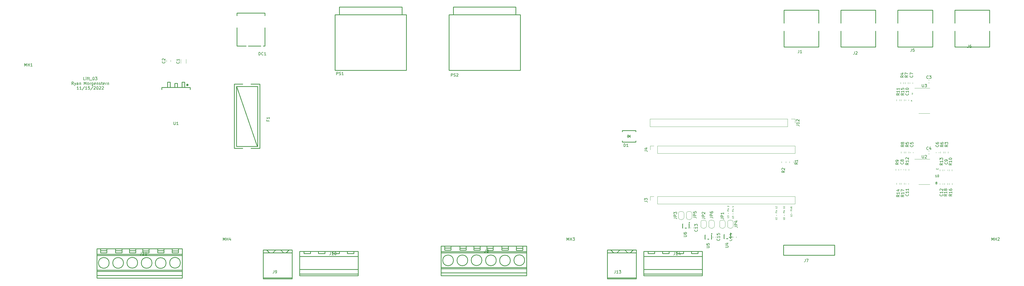
<source format=gto>
G04 #@! TF.GenerationSoftware,KiCad,Pcbnew,(5.1.10)-1*
G04 #@! TF.CreationDate,2022-11-18T11:00:14-07:00*
G04 #@! TF.ProjectId,Lift_02,4c696674-5f30-4322-9e6b-696361645f70,rev?*
G04 #@! TF.SameCoordinates,Original*
G04 #@! TF.FileFunction,Legend,Top*
G04 #@! TF.FilePolarity,Positive*
%FSLAX46Y46*%
G04 Gerber Fmt 4.6, Leading zero omitted, Abs format (unit mm)*
G04 Created by KiCad (PCBNEW (5.1.10)-1) date 2022-11-18 11:00:14*
%MOMM*%
%LPD*%
G01*
G04 APERTURE LIST*
%ADD10C,0.150000*%
%ADD11C,0.100000*%
%ADD12C,0.125000*%
%ADD13C,0.120000*%
%ADD14C,0.254000*%
%ADD15C,0.127000*%
%ADD16C,0.399000*%
%ADD17C,2.500000*%
%ADD18R,0.400000X0.900000*%
%ADD19C,2.400000*%
%ADD20C,2.000000*%
%ADD21R,1.200000X1.200000*%
%ADD22C,1.200000*%
%ADD23C,5.300000*%
%ADD24C,9.200000*%
%ADD25R,1.800000X2.540000*%
%ADD26R,1.511000X3.300000*%
%ADD27R,10.122000X10.020000*%
%ADD28C,1.800000*%
%ADD29O,1.700000X1.700000*%
%ADD30R,1.700000X1.700000*%
%ADD31C,1.600000*%
%ADD32R,1.600000X1.600000*%
%ADD33O,2.400000X1.000000*%
%ADD34O,1.200000X3.800000*%
%ADD35O,1.200000X2.500000*%
G04 APERTURE END LIST*
D10*
X50166666Y-22702380D02*
X49690476Y-22702380D01*
X49690476Y-21702380D01*
X50500000Y-22702380D02*
X50500000Y-22035714D01*
X50500000Y-21702380D02*
X50452380Y-21750000D01*
X50500000Y-21797619D01*
X50547619Y-21750000D01*
X50500000Y-21702380D01*
X50500000Y-21797619D01*
X50833333Y-22035714D02*
X51214285Y-22035714D01*
X50976190Y-22702380D02*
X50976190Y-21845238D01*
X51023809Y-21750000D01*
X51119047Y-21702380D01*
X51214285Y-21702380D01*
X51404761Y-22035714D02*
X51785714Y-22035714D01*
X51547619Y-21702380D02*
X51547619Y-22559523D01*
X51595238Y-22654761D01*
X51690476Y-22702380D01*
X51785714Y-22702380D01*
X51880952Y-22797619D02*
X52642857Y-22797619D01*
X53071428Y-21702380D02*
X53166666Y-21702380D01*
X53261904Y-21750000D01*
X53309523Y-21797619D01*
X53357142Y-21892857D01*
X53404761Y-22083333D01*
X53404761Y-22321428D01*
X53357142Y-22511904D01*
X53309523Y-22607142D01*
X53261904Y-22654761D01*
X53166666Y-22702380D01*
X53071428Y-22702380D01*
X52976190Y-22654761D01*
X52928571Y-22607142D01*
X52880952Y-22511904D01*
X52833333Y-22321428D01*
X52833333Y-22083333D01*
X52880952Y-21892857D01*
X52928571Y-21797619D01*
X52976190Y-21750000D01*
X53071428Y-21702380D01*
X53738095Y-21702380D02*
X54357142Y-21702380D01*
X54023809Y-22083333D01*
X54166666Y-22083333D01*
X54261904Y-22130952D01*
X54309523Y-22178571D01*
X54357142Y-22273809D01*
X54357142Y-22511904D01*
X54309523Y-22607142D01*
X54261904Y-22654761D01*
X54166666Y-22702380D01*
X53880952Y-22702380D01*
X53785714Y-22654761D01*
X53738095Y-22607142D01*
X46095238Y-24352380D02*
X45761904Y-23876190D01*
X45523809Y-24352380D02*
X45523809Y-23352380D01*
X45904761Y-23352380D01*
X46000000Y-23400000D01*
X46047619Y-23447619D01*
X46095238Y-23542857D01*
X46095238Y-23685714D01*
X46047619Y-23780952D01*
X46000000Y-23828571D01*
X45904761Y-23876190D01*
X45523809Y-23876190D01*
X46428571Y-23685714D02*
X46666666Y-24352380D01*
X46904761Y-23685714D02*
X46666666Y-24352380D01*
X46571428Y-24590476D01*
X46523809Y-24638095D01*
X46428571Y-24685714D01*
X47714285Y-24352380D02*
X47714285Y-23828571D01*
X47666666Y-23733333D01*
X47571428Y-23685714D01*
X47380952Y-23685714D01*
X47285714Y-23733333D01*
X47714285Y-24304761D02*
X47619047Y-24352380D01*
X47380952Y-24352380D01*
X47285714Y-24304761D01*
X47238095Y-24209523D01*
X47238095Y-24114285D01*
X47285714Y-24019047D01*
X47380952Y-23971428D01*
X47619047Y-23971428D01*
X47714285Y-23923809D01*
X48190476Y-23685714D02*
X48190476Y-24352380D01*
X48190476Y-23780952D02*
X48238095Y-23733333D01*
X48333333Y-23685714D01*
X48476190Y-23685714D01*
X48571428Y-23733333D01*
X48619047Y-23828571D01*
X48619047Y-24352380D01*
X49857142Y-24352380D02*
X49857142Y-23352380D01*
X50190476Y-24066666D01*
X50523809Y-23352380D01*
X50523809Y-24352380D01*
X51142857Y-24352380D02*
X51047619Y-24304761D01*
X51000000Y-24257142D01*
X50952380Y-24161904D01*
X50952380Y-23876190D01*
X51000000Y-23780952D01*
X51047619Y-23733333D01*
X51142857Y-23685714D01*
X51285714Y-23685714D01*
X51380952Y-23733333D01*
X51428571Y-23780952D01*
X51476190Y-23876190D01*
X51476190Y-24161904D01*
X51428571Y-24257142D01*
X51380952Y-24304761D01*
X51285714Y-24352380D01*
X51142857Y-24352380D01*
X51904761Y-24352380D02*
X51904761Y-23685714D01*
X51904761Y-23876190D02*
X51952380Y-23780952D01*
X52000000Y-23733333D01*
X52095238Y-23685714D01*
X52190476Y-23685714D01*
X52952380Y-23685714D02*
X52952380Y-24495238D01*
X52904761Y-24590476D01*
X52857142Y-24638095D01*
X52761904Y-24685714D01*
X52619047Y-24685714D01*
X52523809Y-24638095D01*
X52952380Y-24304761D02*
X52857142Y-24352380D01*
X52666666Y-24352380D01*
X52571428Y-24304761D01*
X52523809Y-24257142D01*
X52476190Y-24161904D01*
X52476190Y-23876190D01*
X52523809Y-23780952D01*
X52571428Y-23733333D01*
X52666666Y-23685714D01*
X52857142Y-23685714D01*
X52952380Y-23733333D01*
X53809523Y-24304761D02*
X53714285Y-24352380D01*
X53523809Y-24352380D01*
X53428571Y-24304761D01*
X53380952Y-24209523D01*
X53380952Y-23828571D01*
X53428571Y-23733333D01*
X53523809Y-23685714D01*
X53714285Y-23685714D01*
X53809523Y-23733333D01*
X53857142Y-23828571D01*
X53857142Y-23923809D01*
X53380952Y-24019047D01*
X54285714Y-23685714D02*
X54285714Y-24352380D01*
X54285714Y-23780952D02*
X54333333Y-23733333D01*
X54428571Y-23685714D01*
X54571428Y-23685714D01*
X54666666Y-23733333D01*
X54714285Y-23828571D01*
X54714285Y-24352380D01*
X55142857Y-24304761D02*
X55238095Y-24352380D01*
X55428571Y-24352380D01*
X55523809Y-24304761D01*
X55571428Y-24209523D01*
X55571428Y-24161904D01*
X55523809Y-24066666D01*
X55428571Y-24019047D01*
X55285714Y-24019047D01*
X55190476Y-23971428D01*
X55142857Y-23876190D01*
X55142857Y-23828571D01*
X55190476Y-23733333D01*
X55285714Y-23685714D01*
X55428571Y-23685714D01*
X55523809Y-23733333D01*
X55857142Y-23685714D02*
X56238095Y-23685714D01*
X56000000Y-23352380D02*
X56000000Y-24209523D01*
X56047619Y-24304761D01*
X56142857Y-24352380D01*
X56238095Y-24352380D01*
X56952380Y-24304761D02*
X56857142Y-24352380D01*
X56666666Y-24352380D01*
X56571428Y-24304761D01*
X56523809Y-24209523D01*
X56523809Y-23828571D01*
X56571428Y-23733333D01*
X56666666Y-23685714D01*
X56857142Y-23685714D01*
X56952380Y-23733333D01*
X57000000Y-23828571D01*
X57000000Y-23923809D01*
X56523809Y-24019047D01*
X57428571Y-24352380D02*
X57428571Y-23685714D01*
X57428571Y-23876190D02*
X57476190Y-23780952D01*
X57523809Y-23733333D01*
X57619047Y-23685714D01*
X57714285Y-23685714D01*
X58047619Y-23685714D02*
X58047619Y-24352380D01*
X58047619Y-23780952D02*
X58095238Y-23733333D01*
X58190476Y-23685714D01*
X58333333Y-23685714D01*
X58428571Y-23733333D01*
X58476190Y-23828571D01*
X58476190Y-24352380D01*
X47904761Y-26002380D02*
X47333333Y-26002380D01*
X47619047Y-26002380D02*
X47619047Y-25002380D01*
X47523809Y-25145238D01*
X47428571Y-25240476D01*
X47333333Y-25288095D01*
X48857142Y-26002380D02*
X48285714Y-26002380D01*
X48571428Y-26002380D02*
X48571428Y-25002380D01*
X48476190Y-25145238D01*
X48380952Y-25240476D01*
X48285714Y-25288095D01*
X50000000Y-24954761D02*
X49142857Y-26240476D01*
X50857142Y-26002380D02*
X50285714Y-26002380D01*
X50571428Y-26002380D02*
X50571428Y-25002380D01*
X50476190Y-25145238D01*
X50380952Y-25240476D01*
X50285714Y-25288095D01*
X51761904Y-25002380D02*
X51285714Y-25002380D01*
X51238095Y-25478571D01*
X51285714Y-25430952D01*
X51380952Y-25383333D01*
X51619047Y-25383333D01*
X51714285Y-25430952D01*
X51761904Y-25478571D01*
X51809523Y-25573809D01*
X51809523Y-25811904D01*
X51761904Y-25907142D01*
X51714285Y-25954761D01*
X51619047Y-26002380D01*
X51380952Y-26002380D01*
X51285714Y-25954761D01*
X51238095Y-25907142D01*
X52952380Y-24954761D02*
X52095238Y-26240476D01*
X53238095Y-25097619D02*
X53285714Y-25050000D01*
X53380952Y-25002380D01*
X53619047Y-25002380D01*
X53714285Y-25050000D01*
X53761904Y-25097619D01*
X53809523Y-25192857D01*
X53809523Y-25288095D01*
X53761904Y-25430952D01*
X53190476Y-26002380D01*
X53809523Y-26002380D01*
X54428571Y-25002380D02*
X54523809Y-25002380D01*
X54619047Y-25050000D01*
X54666666Y-25097619D01*
X54714285Y-25192857D01*
X54761904Y-25383333D01*
X54761904Y-25621428D01*
X54714285Y-25811904D01*
X54666666Y-25907142D01*
X54619047Y-25954761D01*
X54523809Y-26002380D01*
X54428571Y-26002380D01*
X54333333Y-25954761D01*
X54285714Y-25907142D01*
X54238095Y-25811904D01*
X54190476Y-25621428D01*
X54190476Y-25383333D01*
X54238095Y-25192857D01*
X54285714Y-25097619D01*
X54333333Y-25050000D01*
X54428571Y-25002380D01*
X55142857Y-25097619D02*
X55190476Y-25050000D01*
X55285714Y-25002380D01*
X55523809Y-25002380D01*
X55619047Y-25050000D01*
X55666666Y-25097619D01*
X55714285Y-25192857D01*
X55714285Y-25288095D01*
X55666666Y-25430952D01*
X55095238Y-26002380D01*
X55714285Y-26002380D01*
X56095238Y-25097619D02*
X56142857Y-25050000D01*
X56238095Y-25002380D01*
X56476190Y-25002380D01*
X56571428Y-25050000D01*
X56619047Y-25097619D01*
X56666666Y-25192857D01*
X56666666Y-25288095D01*
X56619047Y-25430952D01*
X56047619Y-26002380D01*
X56666666Y-26002380D01*
D11*
X340607142Y-27273809D02*
X340630952Y-27250000D01*
X340678571Y-27226190D01*
X340797619Y-27226190D01*
X340845238Y-27250000D01*
X340869047Y-27273809D01*
X340892857Y-27321428D01*
X340892857Y-27369047D01*
X340869047Y-27440476D01*
X340583333Y-27726190D01*
X340892857Y-27726190D01*
X340595238Y-29892857D02*
X340595238Y-30226190D01*
X340476190Y-29702380D02*
X340357142Y-30059523D01*
X340666666Y-30059523D01*
X277476190Y-71345238D02*
X277880952Y-71345238D01*
X277928571Y-71321428D01*
X277952380Y-71297619D01*
X277976190Y-71250000D01*
X277976190Y-71154761D01*
X277952380Y-71107142D01*
X277928571Y-71083333D01*
X277880952Y-71059523D01*
X277476190Y-71059523D01*
X277476190Y-70869047D02*
X277476190Y-70559523D01*
X277666666Y-70726190D01*
X277666666Y-70654761D01*
X277690476Y-70607142D01*
X277714285Y-70583333D01*
X277761904Y-70559523D01*
X277880952Y-70559523D01*
X277928571Y-70583333D01*
X277952380Y-70607142D01*
X277976190Y-70654761D01*
X277976190Y-70797619D01*
X277952380Y-70845238D01*
X277928571Y-70869047D01*
X277785714Y-69964285D02*
X277785714Y-69583333D01*
X277976190Y-68964285D02*
X277476190Y-68964285D01*
X277476190Y-68773809D01*
X277500000Y-68726190D01*
X277523809Y-68702380D01*
X277571428Y-68678571D01*
X277642857Y-68678571D01*
X277690476Y-68702380D01*
X277714285Y-68726190D01*
X277738095Y-68773809D01*
X277738095Y-68964285D01*
X277976190Y-68464285D02*
X277642857Y-68464285D01*
X277476190Y-68464285D02*
X277500000Y-68488095D01*
X277523809Y-68464285D01*
X277500000Y-68440476D01*
X277476190Y-68464285D01*
X277523809Y-68464285D01*
X277642857Y-68226190D02*
X277976190Y-68226190D01*
X277690476Y-68226190D02*
X277666666Y-68202380D01*
X277642857Y-68154761D01*
X277642857Y-68083333D01*
X277666666Y-68035714D01*
X277714285Y-68011904D01*
X277976190Y-68011904D01*
X277642857Y-67178571D02*
X277976190Y-67178571D01*
X277452380Y-67297619D02*
X277809523Y-67416666D01*
X277809523Y-67107142D01*
X275824190Y-71183238D02*
X276228952Y-71183238D01*
X276276571Y-71159428D01*
X276300380Y-71135619D01*
X276324190Y-71088000D01*
X276324190Y-70992761D01*
X276300380Y-70945142D01*
X276276571Y-70921333D01*
X276228952Y-70897523D01*
X275824190Y-70897523D01*
X275824190Y-70707047D02*
X275824190Y-70397523D01*
X276014666Y-70564190D01*
X276014666Y-70492761D01*
X276038476Y-70445142D01*
X276062285Y-70421333D01*
X276109904Y-70397523D01*
X276228952Y-70397523D01*
X276276571Y-70421333D01*
X276300380Y-70445142D01*
X276324190Y-70492761D01*
X276324190Y-70635619D01*
X276300380Y-70683238D01*
X276276571Y-70707047D01*
X276133714Y-69802285D02*
X276133714Y-69421333D01*
X276324190Y-68802285D02*
X275824190Y-68802285D01*
X275824190Y-68611809D01*
X275848000Y-68564190D01*
X275871809Y-68540380D01*
X275919428Y-68516571D01*
X275990857Y-68516571D01*
X276038476Y-68540380D01*
X276062285Y-68564190D01*
X276086095Y-68611809D01*
X276086095Y-68802285D01*
X276324190Y-68302285D02*
X275990857Y-68302285D01*
X275824190Y-68302285D02*
X275848000Y-68326095D01*
X275871809Y-68302285D01*
X275848000Y-68278476D01*
X275824190Y-68302285D01*
X275871809Y-68302285D01*
X275990857Y-68064190D02*
X276324190Y-68064190D01*
X276038476Y-68064190D02*
X276014666Y-68040380D01*
X275990857Y-67992761D01*
X275990857Y-67921333D01*
X276014666Y-67873714D01*
X276062285Y-67849904D01*
X276324190Y-67849904D01*
X275871809Y-67254666D02*
X275848000Y-67230857D01*
X275824190Y-67183238D01*
X275824190Y-67064190D01*
X275848000Y-67016571D01*
X275871809Y-66992761D01*
X275919428Y-66968952D01*
X275967047Y-66968952D01*
X276038476Y-66992761D01*
X276324190Y-67278476D01*
X276324190Y-66968952D01*
X292726190Y-71833333D02*
X293130952Y-71833333D01*
X293178571Y-71809523D01*
X293202380Y-71785714D01*
X293226190Y-71738095D01*
X293226190Y-71642857D01*
X293202380Y-71595238D01*
X293178571Y-71571428D01*
X293130952Y-71547619D01*
X292726190Y-71547619D01*
X292773809Y-71333333D02*
X292750000Y-71309523D01*
X292726190Y-71261904D01*
X292726190Y-71142857D01*
X292750000Y-71095238D01*
X292773809Y-71071428D01*
X292821428Y-71047619D01*
X292869047Y-71047619D01*
X292940476Y-71071428D01*
X293226190Y-71357142D01*
X293226190Y-71047619D01*
X293035714Y-70452380D02*
X293035714Y-70071428D01*
X293226190Y-69452380D02*
X292726190Y-69452380D01*
X292726190Y-69261904D01*
X292750000Y-69214285D01*
X292773809Y-69190476D01*
X292821428Y-69166666D01*
X292892857Y-69166666D01*
X292940476Y-69190476D01*
X292964285Y-69214285D01*
X292988095Y-69261904D01*
X292988095Y-69452380D01*
X293226190Y-68952380D02*
X292892857Y-68952380D01*
X292726190Y-68952380D02*
X292750000Y-68976190D01*
X292773809Y-68952380D01*
X292750000Y-68928571D01*
X292726190Y-68952380D01*
X292773809Y-68952380D01*
X292892857Y-68714285D02*
X293226190Y-68714285D01*
X292940476Y-68714285D02*
X292916666Y-68690476D01*
X292892857Y-68642857D01*
X292892857Y-68571428D01*
X292916666Y-68523809D01*
X292964285Y-68500000D01*
X293226190Y-68500000D01*
X293226190Y-67619047D02*
X293226190Y-67904761D01*
X293226190Y-67761904D02*
X292726190Y-67761904D01*
X292797619Y-67809523D01*
X292845238Y-67857142D01*
X292869047Y-67904761D01*
X292773809Y-67428571D02*
X292750000Y-67404761D01*
X292726190Y-67357142D01*
X292726190Y-67238095D01*
X292750000Y-67190476D01*
X292773809Y-67166666D01*
X292821428Y-67142857D01*
X292869047Y-67142857D01*
X292940476Y-67166666D01*
X293226190Y-67452380D01*
X293226190Y-67142857D01*
D12*
X349404761Y-54226190D02*
X349119047Y-54226190D01*
X349261904Y-54226190D02*
X349261904Y-53726190D01*
X349214285Y-53797619D01*
X349166666Y-53845238D01*
X349119047Y-53869047D01*
X349595238Y-53773809D02*
X349619047Y-53750000D01*
X349666666Y-53726190D01*
X349785714Y-53726190D01*
X349833333Y-53750000D01*
X349857142Y-53773809D01*
X349880952Y-53821428D01*
X349880952Y-53869047D01*
X349857142Y-53940476D01*
X349571428Y-54226190D01*
X349880952Y-54226190D01*
D10*
X349357142Y-56839285D02*
X348928571Y-56839285D01*
X349142857Y-56839285D02*
X349142857Y-56089285D01*
X349071428Y-56196428D01*
X349000000Y-56267857D01*
X348928571Y-56303571D01*
X349821428Y-56089285D02*
X349892857Y-56089285D01*
X349964285Y-56125000D01*
X350000000Y-56160714D01*
X350035714Y-56232142D01*
X350071428Y-56375000D01*
X350071428Y-56553571D01*
X350035714Y-56696428D01*
X350000000Y-56767857D01*
X349964285Y-56803571D01*
X349892857Y-56839285D01*
X349821428Y-56839285D01*
X349750000Y-56803571D01*
X349714285Y-56767857D01*
X349678571Y-56696428D01*
X349642857Y-56553571D01*
X349642857Y-56375000D01*
X349678571Y-56232142D01*
X349714285Y-56160714D01*
X349750000Y-56125000D01*
X349821428Y-56089285D01*
X349178571Y-58910714D02*
X349107142Y-58875000D01*
X349071428Y-58839285D01*
X349035714Y-58767857D01*
X349035714Y-58732142D01*
X349071428Y-58660714D01*
X349107142Y-58625000D01*
X349178571Y-58589285D01*
X349321428Y-58589285D01*
X349392857Y-58625000D01*
X349428571Y-58660714D01*
X349464285Y-58732142D01*
X349464285Y-58767857D01*
X349428571Y-58839285D01*
X349392857Y-58875000D01*
X349321428Y-58910714D01*
X349178571Y-58910714D01*
X349107142Y-58946428D01*
X349071428Y-58982142D01*
X349035714Y-59053571D01*
X349035714Y-59196428D01*
X349071428Y-59267857D01*
X349107142Y-59303571D01*
X349178571Y-59339285D01*
X349321428Y-59339285D01*
X349392857Y-59303571D01*
X349428571Y-59267857D01*
X349464285Y-59196428D01*
X349464285Y-59053571D01*
X349428571Y-58982142D01*
X349392857Y-58946428D01*
X349321428Y-58910714D01*
D11*
X295476190Y-71833333D02*
X295880952Y-71833333D01*
X295928571Y-71809523D01*
X295952380Y-71785714D01*
X295976190Y-71738095D01*
X295976190Y-71642857D01*
X295952380Y-71595238D01*
X295928571Y-71571428D01*
X295880952Y-71547619D01*
X295476190Y-71547619D01*
X295523809Y-71333333D02*
X295500000Y-71309523D01*
X295476190Y-71261904D01*
X295476190Y-71142857D01*
X295500000Y-71095238D01*
X295523809Y-71071428D01*
X295571428Y-71047619D01*
X295619047Y-71047619D01*
X295690476Y-71071428D01*
X295976190Y-71357142D01*
X295976190Y-71047619D01*
X295785714Y-70452380D02*
X295785714Y-70071428D01*
X295976190Y-69452380D02*
X295476190Y-69452380D01*
X295476190Y-69261904D01*
X295500000Y-69214285D01*
X295523809Y-69190476D01*
X295571428Y-69166666D01*
X295642857Y-69166666D01*
X295690476Y-69190476D01*
X295714285Y-69214285D01*
X295738095Y-69261904D01*
X295738095Y-69452380D01*
X295976190Y-68952380D02*
X295642857Y-68952380D01*
X295476190Y-68952380D02*
X295500000Y-68976190D01*
X295523809Y-68952380D01*
X295500000Y-68928571D01*
X295476190Y-68952380D01*
X295523809Y-68952380D01*
X295642857Y-68714285D02*
X295976190Y-68714285D01*
X295690476Y-68714285D02*
X295666666Y-68690476D01*
X295642857Y-68642857D01*
X295642857Y-68571428D01*
X295666666Y-68523809D01*
X295714285Y-68500000D01*
X295976190Y-68500000D01*
X295976190Y-67619047D02*
X295976190Y-67904761D01*
X295976190Y-67761904D02*
X295476190Y-67761904D01*
X295547619Y-67809523D01*
X295595238Y-67857142D01*
X295619047Y-67904761D01*
X295476190Y-67309523D02*
X295476190Y-67261904D01*
X295500000Y-67214285D01*
X295523809Y-67190476D01*
X295571428Y-67166666D01*
X295666666Y-67142857D01*
X295785714Y-67142857D01*
X295880952Y-67166666D01*
X295928571Y-67190476D01*
X295952380Y-67214285D01*
X295976190Y-67261904D01*
X295976190Y-67309523D01*
X295952380Y-67357142D01*
X295928571Y-67380952D01*
X295880952Y-67404761D01*
X295785714Y-67428571D01*
X295666666Y-67428571D01*
X295571428Y-67404761D01*
X295523809Y-67380952D01*
X295500000Y-67357142D01*
X295476190Y-67309523D01*
X297976190Y-70714285D02*
X298380952Y-70714285D01*
X298428571Y-70690476D01*
X298452380Y-70666666D01*
X298476190Y-70619047D01*
X298476190Y-70523809D01*
X298452380Y-70476190D01*
X298428571Y-70452380D01*
X298380952Y-70428571D01*
X297976190Y-70428571D01*
X298023809Y-70214285D02*
X298000000Y-70190476D01*
X297976190Y-70142857D01*
X297976190Y-70023809D01*
X298000000Y-69976190D01*
X298023809Y-69952380D01*
X298071428Y-69928571D01*
X298119047Y-69928571D01*
X298190476Y-69952380D01*
X298476190Y-70238095D01*
X298476190Y-69928571D01*
X298285714Y-69714285D02*
X298285714Y-69333333D01*
X298476190Y-68714285D02*
X297976190Y-68714285D01*
X297976190Y-68523809D01*
X298000000Y-68476190D01*
X298023809Y-68452380D01*
X298071428Y-68428571D01*
X298142857Y-68428571D01*
X298190476Y-68452380D01*
X298214285Y-68476190D01*
X298238095Y-68523809D01*
X298238095Y-68714285D01*
X298476190Y-68214285D02*
X298142857Y-68214285D01*
X297976190Y-68214285D02*
X298000000Y-68238095D01*
X298023809Y-68214285D01*
X298000000Y-68190476D01*
X297976190Y-68214285D01*
X298023809Y-68214285D01*
X298142857Y-67976190D02*
X298476190Y-67976190D01*
X298190476Y-67976190D02*
X298166666Y-67952380D01*
X298142857Y-67904761D01*
X298142857Y-67833333D01*
X298166666Y-67785714D01*
X298214285Y-67761904D01*
X298476190Y-67761904D01*
X298190476Y-67452380D02*
X298166666Y-67500000D01*
X298142857Y-67523809D01*
X298095238Y-67547619D01*
X298071428Y-67547619D01*
X298023809Y-67523809D01*
X298000000Y-67500000D01*
X297976190Y-67452380D01*
X297976190Y-67357142D01*
X298000000Y-67309523D01*
X298023809Y-67285714D01*
X298071428Y-67261904D01*
X298095238Y-67261904D01*
X298142857Y-67285714D01*
X298166666Y-67309523D01*
X298190476Y-67357142D01*
X298190476Y-67452380D01*
X298214285Y-67500000D01*
X298238095Y-67523809D01*
X298285714Y-67547619D01*
X298380952Y-67547619D01*
X298428571Y-67523809D01*
X298452380Y-67500000D01*
X298476190Y-67452380D01*
X298476190Y-67357142D01*
X298452380Y-67309523D01*
X298428571Y-67285714D01*
X298380952Y-67261904D01*
X298285714Y-67261904D01*
X298238095Y-67285714D01*
X298214285Y-67309523D01*
X298190476Y-67357142D01*
D13*
X269956000Y-74806000D02*
G75*
G02*
X269256000Y-74106000I0J700000D01*
G01*
X271256000Y-74106000D02*
G75*
G02*
X270556000Y-74806000I-700000J0D01*
G01*
X270556000Y-72006000D02*
G75*
G02*
X271256000Y-72706000I0J-700000D01*
G01*
X269256000Y-72706000D02*
G75*
G02*
X269956000Y-72006000I700000J0D01*
G01*
X270556000Y-74806000D02*
X269956000Y-74806000D01*
X271256000Y-72706000D02*
X271256000Y-74106000D01*
X269956000Y-72006000D02*
X270556000Y-72006000D01*
X269256000Y-74106000D02*
X269256000Y-72706000D01*
X262082000Y-71758000D02*
G75*
G02*
X261382000Y-71058000I0J700000D01*
G01*
X263382000Y-71058000D02*
G75*
G02*
X262682000Y-71758000I-700000J0D01*
G01*
X262682000Y-68958000D02*
G75*
G02*
X263382000Y-69658000I0J-700000D01*
G01*
X261382000Y-69658000D02*
G75*
G02*
X262082000Y-68958000I700000J0D01*
G01*
X262682000Y-71758000D02*
X262082000Y-71758000D01*
X263382000Y-69658000D02*
X263382000Y-71058000D01*
X262082000Y-68958000D02*
X262682000Y-68958000D01*
X261382000Y-71058000D02*
X261382000Y-69658000D01*
X276560000Y-74806000D02*
G75*
G02*
X275860000Y-74106000I0J700000D01*
G01*
X277860000Y-74106000D02*
G75*
G02*
X277160000Y-74806000I-700000J0D01*
G01*
X277160000Y-72006000D02*
G75*
G02*
X277860000Y-72706000I0J-700000D01*
G01*
X275860000Y-72706000D02*
G75*
G02*
X276560000Y-72006000I700000J0D01*
G01*
X277160000Y-74806000D02*
X276560000Y-74806000D01*
X277860000Y-72706000D02*
X277860000Y-74106000D01*
X276560000Y-72006000D02*
X277160000Y-72006000D01*
X275860000Y-74106000D02*
X275860000Y-72706000D01*
D14*
X83645000Y-86990000D02*
G75*
G03*
X83645000Y-86990000I-1885000J0D01*
G01*
X78615000Y-87090000D02*
G75*
G03*
X78615000Y-87090000I-1885000J0D01*
G01*
X73675000Y-87040000D02*
G75*
G03*
X73675000Y-87040000I-1885000J0D01*
G01*
X68635000Y-86990000D02*
G75*
G03*
X68635000Y-86990000I-1885000J0D01*
G01*
X63655000Y-87040000D02*
G75*
G03*
X63655000Y-87040000I-1885000J0D01*
G01*
X58625000Y-87040000D02*
G75*
G03*
X58625000Y-87040000I-1885000J0D01*
G01*
X72591000Y-83520000D02*
X72591000Y-82050000D01*
X70380000Y-83520000D02*
X72591000Y-83520000D01*
X70380000Y-82050000D02*
X70380000Y-83520000D01*
X70380000Y-82763000D02*
X72591000Y-82763000D01*
X82931000Y-83520000D02*
X82931000Y-82050000D01*
X80720000Y-83520000D02*
X82931000Y-83520000D01*
X80720000Y-82050000D02*
X80720000Y-83520000D01*
X80720000Y-82763000D02*
X82931000Y-82763000D01*
X77851000Y-83480000D02*
X77851000Y-82010000D01*
X75640000Y-83480000D02*
X77851000Y-83480000D01*
X75640000Y-82010000D02*
X75640000Y-83480000D01*
X75640000Y-82723000D02*
X77851000Y-82723000D01*
X67981000Y-83480000D02*
X67981000Y-82010000D01*
X65770000Y-83480000D02*
X67981000Y-83480000D01*
X65770000Y-82010000D02*
X65770000Y-83480000D01*
X65770000Y-82723000D02*
X67981000Y-82723000D01*
X63081000Y-83480000D02*
X63081000Y-82010000D01*
X60870000Y-83480000D02*
X63081000Y-83480000D01*
X60870000Y-82010000D02*
X60870000Y-83480000D01*
X60870000Y-82723000D02*
X63081000Y-82723000D01*
X55559000Y-82713000D02*
X57770000Y-82713000D01*
X57770000Y-83470000D02*
X57770000Y-82000000D01*
X55559000Y-83470000D02*
X57770000Y-83470000D01*
X55559000Y-82000000D02*
X55559000Y-83470000D01*
X54300000Y-91415000D02*
X84300000Y-91415000D01*
X54480000Y-90000000D02*
X84300000Y-90000000D01*
X54300000Y-89534000D02*
X84300000Y-89534000D01*
X54300000Y-83983000D02*
X84300000Y-83983000D01*
X54300000Y-84407000D02*
X84300000Y-84407000D01*
X84300000Y-82000000D02*
X84300000Y-92400000D01*
X54300000Y-82000000D02*
X54300000Y-92400000D01*
X54300000Y-82000000D02*
X84300000Y-82000000D01*
X54300000Y-92400000D02*
X84300000Y-92400000D01*
X204591000Y-86096000D02*
G75*
G03*
X204591000Y-86096000I-1885000J0D01*
G01*
X199561000Y-86196000D02*
G75*
G03*
X199561000Y-86196000I-1885000J0D01*
G01*
X194621000Y-86146000D02*
G75*
G03*
X194621000Y-86146000I-1885000J0D01*
G01*
X189581000Y-86096000D02*
G75*
G03*
X189581000Y-86096000I-1885000J0D01*
G01*
X184601000Y-86146000D02*
G75*
G03*
X184601000Y-86146000I-1885000J0D01*
G01*
X179571000Y-86146000D02*
G75*
G03*
X179571000Y-86146000I-1885000J0D01*
G01*
X193537000Y-82626000D02*
X193537000Y-81156000D01*
X191326000Y-82626000D02*
X193537000Y-82626000D01*
X191326000Y-81156000D02*
X191326000Y-82626000D01*
X191326000Y-81869000D02*
X193537000Y-81869000D01*
X203877000Y-82626000D02*
X203877000Y-81156000D01*
X201666000Y-82626000D02*
X203877000Y-82626000D01*
X201666000Y-81156000D02*
X201666000Y-82626000D01*
X201666000Y-81869000D02*
X203877000Y-81869000D01*
X198797000Y-82586000D02*
X198797000Y-81116000D01*
X196586000Y-82586000D02*
X198797000Y-82586000D01*
X196586000Y-81116000D02*
X196586000Y-82586000D01*
X196586000Y-81829000D02*
X198797000Y-81829000D01*
X188927000Y-82586000D02*
X188927000Y-81116000D01*
X186716000Y-82586000D02*
X188927000Y-82586000D01*
X186716000Y-81116000D02*
X186716000Y-82586000D01*
X186716000Y-81829000D02*
X188927000Y-81829000D01*
X184027000Y-82586000D02*
X184027000Y-81116000D01*
X181816000Y-82586000D02*
X184027000Y-82586000D01*
X181816000Y-81116000D02*
X181816000Y-82586000D01*
X181816000Y-81829000D02*
X184027000Y-81829000D01*
X176505000Y-81819000D02*
X178716000Y-81819000D01*
X178716000Y-82576000D02*
X178716000Y-81106000D01*
X176505000Y-82576000D02*
X178716000Y-82576000D01*
X176505000Y-81106000D02*
X176505000Y-82576000D01*
X175246000Y-90521000D02*
X205246000Y-90521000D01*
X175426000Y-89106000D02*
X205246000Y-89106000D01*
X175246000Y-88640000D02*
X205246000Y-88640000D01*
X175246000Y-83089000D02*
X205246000Y-83089000D01*
X175246000Y-83513000D02*
X205246000Y-83513000D01*
X205246000Y-81106000D02*
X205246000Y-91506000D01*
X175246000Y-81106000D02*
X175246000Y-91506000D01*
X175246000Y-81106000D02*
X205246000Y-81106000D01*
X175246000Y-91506000D02*
X205246000Y-91506000D01*
D13*
X259288000Y-68958000D02*
X259888000Y-68958000D01*
X258588000Y-71058000D02*
X258588000Y-69658000D01*
X259888000Y-71758000D02*
X259288000Y-71758000D01*
X260588000Y-69658000D02*
X260588000Y-71058000D01*
X259888000Y-68958000D02*
G75*
G02*
X260588000Y-69658000I0J-700000D01*
G01*
X258588000Y-69658000D02*
G75*
G02*
X259288000Y-68958000I700000J0D01*
G01*
X259288000Y-71758000D02*
G75*
G02*
X258588000Y-71058000I0J700000D01*
G01*
X260588000Y-71058000D02*
G75*
G02*
X259888000Y-71758000I-700000J0D01*
G01*
X267162000Y-72006000D02*
X267762000Y-72006000D01*
X266462000Y-74106000D02*
X266462000Y-72706000D01*
X267762000Y-74806000D02*
X267162000Y-74806000D01*
X268462000Y-72706000D02*
X268462000Y-74106000D01*
X267762000Y-72006000D02*
G75*
G02*
X268462000Y-72706000I0J-700000D01*
G01*
X266462000Y-72706000D02*
G75*
G02*
X267162000Y-72006000I700000J0D01*
G01*
X267162000Y-74806000D02*
G75*
G02*
X266462000Y-74106000I0J700000D01*
G01*
X268462000Y-74106000D02*
G75*
G02*
X267762000Y-74806000I-700000J0D01*
G01*
X273766000Y-72006000D02*
X274366000Y-72006000D01*
X273066000Y-74106000D02*
X273066000Y-72706000D01*
X274366000Y-74806000D02*
X273766000Y-74806000D01*
X275066000Y-72706000D02*
X275066000Y-74106000D01*
X274366000Y-72006000D02*
G75*
G02*
X275066000Y-72706000I0J-700000D01*
G01*
X273066000Y-72706000D02*
G75*
G02*
X273766000Y-72006000I700000J0D01*
G01*
X273766000Y-74806000D02*
G75*
G02*
X273066000Y-74106000I0J700000D01*
G01*
X275066000Y-74106000D02*
G75*
G02*
X274366000Y-74806000I-700000J0D01*
G01*
D14*
X261414000Y-74740000D02*
X260930000Y-74740000D01*
X260114000Y-73340000D02*
X260022000Y-73340000D01*
X262322000Y-73340000D02*
X262230000Y-73340000D01*
X260114000Y-74740000D02*
X260022000Y-74740000D01*
X262322000Y-74740000D02*
X262230000Y-74740000D01*
X260022000Y-74740000D02*
X260022000Y-73340000D01*
X262322000Y-74740000D02*
X262322000Y-73340000D01*
X262569000Y-72897000D02*
G75*
G03*
X262569000Y-72897000I-127000J0D01*
G01*
X269306000Y-78634000D02*
X268822000Y-78634000D01*
X268006000Y-77234000D02*
X267914000Y-77234000D01*
X270214000Y-77234000D02*
X270122000Y-77234000D01*
X268006000Y-78634000D02*
X267914000Y-78634000D01*
X270214000Y-78634000D02*
X270122000Y-78634000D01*
X267914000Y-78634000D02*
X267914000Y-77234000D01*
X270214000Y-78634000D02*
X270214000Y-77234000D01*
X270461000Y-76791000D02*
G75*
G03*
X270461000Y-76791000I-127000J0D01*
G01*
X275974000Y-78484000D02*
X275490000Y-78484000D01*
X274674000Y-77084000D02*
X274582000Y-77084000D01*
X276882000Y-77084000D02*
X276790000Y-77084000D01*
X274674000Y-78484000D02*
X274582000Y-78484000D01*
X276882000Y-78484000D02*
X276790000Y-78484000D01*
X274582000Y-78484000D02*
X274582000Y-77084000D01*
X276882000Y-78484000D02*
X276882000Y-77084000D01*
X277129000Y-76641000D02*
G75*
G03*
X277129000Y-76641000I-127000J0D01*
G01*
D13*
X270714000Y-78130267D02*
X270714000Y-77837733D01*
X271734000Y-78130267D02*
X271734000Y-77837733D01*
X277874000Y-78124267D02*
X277874000Y-77831733D01*
X278894000Y-78124267D02*
X278894000Y-77831733D01*
X262888000Y-74822267D02*
X262888000Y-74529733D01*
X263908000Y-74822267D02*
X263908000Y-74529733D01*
D14*
X265434000Y-83761000D02*
X265434000Y-83063000D01*
X263177000Y-83761000D02*
X265434000Y-83761000D01*
X263177000Y-83063000D02*
X263177000Y-83761000D01*
X260354000Y-83761000D02*
X260354000Y-83063000D01*
X258097000Y-83761000D02*
X260354000Y-83761000D01*
X258097000Y-83063000D02*
X258097000Y-83761000D01*
X250223000Y-83698000D02*
X250223000Y-83000000D01*
X247966000Y-83698000D02*
X250223000Y-83698000D01*
X247966000Y-83000000D02*
X247966000Y-83698000D01*
X255274000Y-83761000D02*
X255274000Y-83063000D01*
X253017000Y-83761000D02*
X255274000Y-83761000D01*
X253017000Y-83063000D02*
X253017000Y-83761000D01*
X246440000Y-90960000D02*
X266960000Y-90960000D01*
X246440000Y-90960000D02*
X266960000Y-90960000D01*
X246440000Y-89286000D02*
X266960000Y-89286000D01*
X246440000Y-84714000D02*
X266960000Y-84714000D01*
X246440000Y-91500000D02*
X266960000Y-91500000D01*
X246440000Y-83000000D02*
X246440000Y-91500000D01*
X266960000Y-83000000D02*
X266960000Y-91500000D01*
X246440000Y-83000000D02*
X266960000Y-83000000D01*
X235800000Y-83442000D02*
X234840000Y-82482000D01*
X236990000Y-83442000D02*
X237950000Y-82482000D01*
X240780000Y-83460000D02*
X239820000Y-82500000D01*
X241710000Y-83460000D02*
X242670000Y-82500000D01*
X233620000Y-92243000D02*
X243765000Y-92243000D01*
X243780000Y-82480000D02*
X243780000Y-92640000D01*
X233620000Y-83469000D02*
X243736000Y-83469000D01*
X233620000Y-92638000D02*
X243754000Y-92638000D01*
X233620000Y-82478000D02*
X233620000Y-92638000D01*
X233620000Y-82478000D02*
X243754000Y-82478000D01*
X144534000Y-83761000D02*
X144534000Y-83063000D01*
X142277000Y-83761000D02*
X144534000Y-83761000D01*
X142277000Y-83063000D02*
X142277000Y-83761000D01*
X139454000Y-83761000D02*
X139454000Y-83063000D01*
X137197000Y-83761000D02*
X139454000Y-83761000D01*
X137197000Y-83063000D02*
X137197000Y-83761000D01*
X129323000Y-83698000D02*
X129323000Y-83000000D01*
X127066000Y-83698000D02*
X129323000Y-83698000D01*
X127066000Y-83000000D02*
X127066000Y-83698000D01*
X134374000Y-83761000D02*
X134374000Y-83063000D01*
X132117000Y-83761000D02*
X134374000Y-83761000D01*
X132117000Y-83063000D02*
X132117000Y-83761000D01*
X125540000Y-90960000D02*
X146060000Y-90960000D01*
X125540000Y-90960000D02*
X146060000Y-90960000D01*
X125540000Y-89286000D02*
X146060000Y-89286000D01*
X125540000Y-84714000D02*
X146060000Y-84714000D01*
X125540000Y-91500000D02*
X146060000Y-91500000D01*
X125540000Y-83000000D02*
X125540000Y-91500000D01*
X146060000Y-83000000D02*
X146060000Y-91500000D01*
X125540000Y-83000000D02*
X146060000Y-83000000D01*
X114900000Y-83442000D02*
X113940000Y-82482000D01*
X116090000Y-83442000D02*
X117050000Y-82482000D01*
X119880000Y-83460000D02*
X118920000Y-82500000D01*
X120810000Y-83460000D02*
X121770000Y-82500000D01*
X112720000Y-92243000D02*
X122865000Y-92243000D01*
X122880000Y-82480000D02*
X122880000Y-92640000D01*
X112720000Y-83469000D02*
X122836000Y-83469000D01*
X112720000Y-92638000D02*
X122854000Y-92638000D01*
X112720000Y-82478000D02*
X112720000Y-92638000D01*
X112720000Y-82478000D02*
X122854000Y-82478000D01*
X313500000Y-80800000D02*
X295500000Y-80800000D01*
X295500000Y-80800000D02*
X295500000Y-84300000D01*
X313500000Y-80800000D02*
X313500000Y-84300000D01*
X313500000Y-84300000D02*
X295500000Y-84300000D01*
D13*
X346453733Y-47690000D02*
X346746267Y-47690000D01*
X346453733Y-48710000D02*
X346746267Y-48710000D01*
X346453733Y-22690000D02*
X346746267Y-22690000D01*
X346453733Y-23710000D02*
X346746267Y-23710000D01*
X336877500Y-48454724D02*
X336877500Y-47945276D01*
X337922500Y-48454724D02*
X337922500Y-47945276D01*
X338477500Y-48454724D02*
X338477500Y-47945276D01*
X339522500Y-48454724D02*
X339522500Y-47945276D01*
X353097500Y-58995276D02*
X353097500Y-59504724D01*
X352052500Y-58995276D02*
X352052500Y-59504724D01*
X337922500Y-58957776D02*
X337922500Y-59467224D01*
X336877500Y-58957776D02*
X336877500Y-59467224D01*
X354772500Y-58995276D02*
X354772500Y-59504724D01*
X353727500Y-58995276D02*
X353727500Y-59504724D01*
X337922500Y-29545276D02*
X337922500Y-30054724D01*
X336877500Y-29545276D02*
X336877500Y-30054724D01*
X336322500Y-58945276D02*
X336322500Y-59454724D01*
X335277500Y-58945276D02*
X335277500Y-59454724D01*
X350477500Y-54654724D02*
X350477500Y-54145276D01*
X351522500Y-54654724D02*
X351522500Y-54145276D01*
X338477500Y-54504724D02*
X338477500Y-53995276D01*
X339522500Y-54504724D02*
X339522500Y-53995276D01*
X336322500Y-29545276D02*
X336322500Y-30054724D01*
X335277500Y-29545276D02*
X335277500Y-30054724D01*
X353677500Y-54654724D02*
X353677500Y-54145276D01*
X354722500Y-54654724D02*
X354722500Y-54145276D01*
X334977500Y-54504724D02*
X334977500Y-53995276D01*
X336022500Y-54504724D02*
X336022500Y-53995276D01*
X338277500Y-24054724D02*
X338277500Y-23545276D01*
X339322500Y-24054724D02*
X339322500Y-23545276D01*
X350677500Y-48454724D02*
X350677500Y-47945276D01*
X351722500Y-48454724D02*
X351722500Y-47945276D01*
X336677500Y-24054724D02*
X336677500Y-23545276D01*
X337722500Y-24054724D02*
X337722500Y-23545276D01*
X352277500Y-48454724D02*
X352277500Y-47945276D01*
X353322500Y-48454724D02*
X353322500Y-47945276D01*
X351510000Y-59103733D02*
X351510000Y-59396267D01*
X350490000Y-59103733D02*
X350490000Y-59396267D01*
X339510000Y-59053733D02*
X339510000Y-59346267D01*
X338490000Y-59053733D02*
X338490000Y-59346267D01*
X339510000Y-29653733D02*
X339510000Y-29946267D01*
X338490000Y-29653733D02*
X338490000Y-29946267D01*
X353110000Y-54253733D02*
X353110000Y-54546267D01*
X352090000Y-54253733D02*
X352090000Y-54546267D01*
X337760000Y-54103733D02*
X337760000Y-54396267D01*
X336740000Y-54103733D02*
X336740000Y-54396267D01*
X339890000Y-23946267D02*
X339890000Y-23653733D01*
X340910000Y-23946267D02*
X340910000Y-23653733D01*
X349090000Y-48346267D02*
X349090000Y-48053733D01*
X350110000Y-48346267D02*
X350110000Y-48053733D01*
X340090000Y-48346267D02*
X340090000Y-48053733D01*
X341110000Y-48346267D02*
X341110000Y-48053733D01*
X345000000Y-50565000D02*
X341550000Y-50565000D01*
X345000000Y-50565000D02*
X346950000Y-50565000D01*
X345000000Y-59435000D02*
X343050000Y-59435000D01*
X345000000Y-59435000D02*
X346950000Y-59435000D01*
X345000000Y-25565000D02*
X341550000Y-25565000D01*
X345000000Y-25565000D02*
X346950000Y-25565000D01*
X345000000Y-34435000D02*
X343050000Y-34435000D01*
X345000000Y-34435000D02*
X346950000Y-34435000D01*
D15*
X241798000Y-42490000D02*
X240579000Y-42490000D01*
D14*
X238900000Y-40909000D02*
X238900000Y-40500000D01*
X238900000Y-44500000D02*
X238900000Y-44091000D01*
X243600000Y-40909000D02*
X243600000Y-40500000D01*
X243600000Y-44500000D02*
X243600000Y-44091000D01*
X243600000Y-40500000D02*
X238900000Y-40500000D01*
D15*
X241600000Y-42460000D02*
X240817000Y-41980000D01*
X241639000Y-42970000D02*
X241639000Y-41954000D01*
X240817000Y-41970000D02*
X240817000Y-42986000D01*
X240817000Y-43000000D02*
X241600000Y-42460000D01*
D14*
X243600000Y-44500000D02*
X238900000Y-44500000D01*
X85100000Y-25343000D02*
X85100000Y-23443000D01*
X84201000Y-25343000D02*
X84201000Y-23443000D01*
X84201000Y-23443000D02*
X85100000Y-23443000D01*
X81661000Y-25343000D02*
X81661000Y-23845000D01*
X81661000Y-23845000D02*
X82560000Y-23845000D01*
X82560000Y-23845000D02*
X82560000Y-25343000D01*
X79121000Y-25343000D02*
X79121000Y-23443000D01*
X79121000Y-23443000D02*
X80020000Y-23443000D01*
X80020000Y-23443000D02*
X80020000Y-25343000D01*
X77099000Y-26044000D02*
X77099000Y-25343000D01*
X77099000Y-25343000D02*
X87101000Y-25343000D01*
X87101000Y-25343000D02*
X87101000Y-26044000D01*
D16*
X86301009Y-24444468D02*
G75*
G03*
X86301000Y-24447000I-200009J-532D01*
G01*
D13*
X296335000Y-51372936D02*
X296335000Y-51827064D01*
X294865000Y-51372936D02*
X294865000Y-51827064D01*
X299135000Y-51372936D02*
X299135000Y-51827064D01*
X297665000Y-51372936D02*
X297665000Y-51827064D01*
D14*
X201493000Y2932000D02*
X201493000Y265000D01*
X179493000Y2932000D02*
X179493000Y265000D01*
X177993000Y265000D02*
X177993000Y-19293000D01*
X177993000Y-19293000D02*
X203066000Y-19293000D01*
X203066000Y-19293000D02*
X203066000Y265000D01*
X177993000Y265000D02*
X202993000Y265000D01*
X179493000Y2932000D02*
X201493000Y2932000D01*
X161493000Y2932000D02*
X161493000Y265000D01*
X139493000Y2932000D02*
X139493000Y265000D01*
X137993000Y265000D02*
X137993000Y-19293000D01*
X137993000Y-19293000D02*
X163066000Y-19293000D01*
X163066000Y-19293000D02*
X163066000Y265000D01*
X137993000Y265000D02*
X162993000Y265000D01*
X139493000Y2932000D02*
X161493000Y2932000D01*
D13*
X248660000Y-36420000D02*
X248660000Y-39080000D01*
X296980000Y-36420000D02*
X248660000Y-36420000D01*
X296980000Y-39080000D02*
X248660000Y-39080000D01*
X296980000Y-36420000D02*
X296980000Y-39080000D01*
X298250000Y-36420000D02*
X299580000Y-36420000D01*
X299580000Y-36420000D02*
X299580000Y-37750000D01*
D14*
X355700000Y-11130000D02*
X355700000Y-5530000D01*
X367900000Y-5530000D02*
X367900000Y-11130000D01*
X367900000Y1870000D02*
X355700000Y1870000D01*
X367900000Y-11130000D02*
X355700000Y-11130000D01*
X367900000Y1870000D02*
X367900000Y-2730000D01*
X355700000Y-2730000D02*
X355700000Y1870000D01*
X335700000Y-11130000D02*
X335700000Y-5530000D01*
X347900000Y-5530000D02*
X347900000Y-11130000D01*
X347900000Y1870000D02*
X335700000Y1870000D01*
X347900000Y-11130000D02*
X335700000Y-11130000D01*
X347900000Y1870000D02*
X347900000Y-2730000D01*
X335700000Y-2730000D02*
X335700000Y1870000D01*
D13*
X251270000Y-48550000D02*
X251270000Y-45890000D01*
X251270000Y-48550000D02*
X299590000Y-48550000D01*
X299590000Y-48550000D02*
X299590000Y-45890000D01*
X251270000Y-45890000D02*
X299590000Y-45890000D01*
X248670000Y-45890000D02*
X250000000Y-45890000D01*
X248670000Y-47220000D02*
X248670000Y-45890000D01*
X251270000Y-66330000D02*
X251270000Y-63670000D01*
X251270000Y-66330000D02*
X299590000Y-66330000D01*
X299590000Y-66330000D02*
X299590000Y-63670000D01*
X251270000Y-63670000D02*
X299590000Y-63670000D01*
X248670000Y-63670000D02*
X250000000Y-63670000D01*
X248670000Y-65000000D02*
X248670000Y-63670000D01*
D14*
X315700000Y-11130000D02*
X315700000Y-5530000D01*
X327900000Y-5530000D02*
X327900000Y-11130000D01*
X327900000Y1870000D02*
X315700000Y1870000D01*
X327900000Y-11130000D02*
X315700000Y-11130000D01*
X327900000Y1870000D02*
X327900000Y-2730000D01*
X315700000Y-2730000D02*
X315700000Y1870000D01*
X295700000Y-11130000D02*
X295700000Y-5530000D01*
X307900000Y-5530000D02*
X307900000Y-11130000D01*
X307900000Y1870000D02*
X295700000Y1870000D01*
X307900000Y-11130000D02*
X295700000Y-11130000D01*
X307900000Y1870000D02*
X307900000Y-2730000D01*
X295700000Y-2730000D02*
X295700000Y1870000D01*
X102551000Y-46757000D02*
X102551000Y-24157000D01*
X110751000Y-24957000D02*
X110751000Y-46057000D01*
X110751000Y-46057000D02*
X103351000Y-46057000D01*
X103351000Y-46057000D02*
X103351000Y-24957000D01*
X103351000Y-24957000D02*
X110751000Y-24957000D01*
X110651000Y-45957000D02*
X103451000Y-25057000D01*
X111551000Y-24157000D02*
X108431000Y-24157000D01*
X105569000Y-24157000D02*
X102551000Y-24157000D01*
X102551000Y-46757000D02*
X105571000Y-46757000D01*
X108429000Y-46757000D02*
X111551000Y-46757000D01*
X111551000Y-24157000D02*
X111551000Y-46757000D01*
X103544000Y-4306000D02*
X103544000Y-10745000D01*
X107360000Y875000D02*
X103544000Y875000D01*
X103544000Y875000D02*
X103544000Y-44000D01*
X106682000Y-10745000D02*
X103544000Y-10745000D01*
X111882000Y-10745000D02*
X107518000Y-10745000D01*
X113323000Y-4303000D02*
X113323000Y-10745000D01*
X113323000Y-10745000D02*
X112718000Y-10745000D01*
X110535000Y875000D02*
X113323000Y875000D01*
X113323000Y875000D02*
X113323000Y-47000D01*
X110535000Y875000D02*
X107360000Y875000D01*
D13*
X78765000Y-16261252D02*
X78765000Y-15738748D01*
X80235000Y-16261252D02*
X80235000Y-15738748D01*
X83790000Y-16811252D02*
X83790000Y-15388748D01*
X85610000Y-16811252D02*
X85610000Y-15388748D01*
D10*
X269708380Y-70937333D02*
X270422666Y-70937333D01*
X270565523Y-70984952D01*
X270660761Y-71080190D01*
X270708380Y-71223047D01*
X270708380Y-71318285D01*
X270708380Y-70461142D02*
X269708380Y-70461142D01*
X269708380Y-70080190D01*
X269756000Y-69984952D01*
X269803619Y-69937333D01*
X269898857Y-69889714D01*
X270041714Y-69889714D01*
X270136952Y-69937333D01*
X270184571Y-69984952D01*
X270232190Y-70080190D01*
X270232190Y-70461142D01*
X269708380Y-69032571D02*
X269708380Y-69223047D01*
X269756000Y-69318285D01*
X269803619Y-69365904D01*
X269946476Y-69461142D01*
X270136952Y-69508761D01*
X270517904Y-69508761D01*
X270613142Y-69461142D01*
X270660761Y-69413523D01*
X270708380Y-69318285D01*
X270708380Y-69127809D01*
X270660761Y-69032571D01*
X270613142Y-68984952D01*
X270517904Y-68937333D01*
X270279809Y-68937333D01*
X270184571Y-68984952D01*
X270136952Y-69032571D01*
X270089333Y-69127809D01*
X270089333Y-69318285D01*
X270136952Y-69413523D01*
X270184571Y-69461142D01*
X270279809Y-69508761D01*
X263866380Y-70937333D02*
X264580666Y-70937333D01*
X264723523Y-70984952D01*
X264818761Y-71080190D01*
X264866380Y-71223047D01*
X264866380Y-71318285D01*
X264866380Y-70461142D02*
X263866380Y-70461142D01*
X263866380Y-70080190D01*
X263914000Y-69984952D01*
X263961619Y-69937333D01*
X264056857Y-69889714D01*
X264199714Y-69889714D01*
X264294952Y-69937333D01*
X264342571Y-69984952D01*
X264390190Y-70080190D01*
X264390190Y-70461142D01*
X263866380Y-68984952D02*
X263866380Y-69461142D01*
X264342571Y-69508761D01*
X264294952Y-69461142D01*
X264247333Y-69365904D01*
X264247333Y-69127809D01*
X264294952Y-69032571D01*
X264342571Y-68984952D01*
X264437809Y-68937333D01*
X264675904Y-68937333D01*
X264771142Y-68984952D01*
X264818761Y-69032571D01*
X264866380Y-69127809D01*
X264866380Y-69365904D01*
X264818761Y-69461142D01*
X264771142Y-69508761D01*
X278344380Y-74239333D02*
X279058666Y-74239333D01*
X279201523Y-74286952D01*
X279296761Y-74382190D01*
X279344380Y-74525047D01*
X279344380Y-74620285D01*
X279344380Y-73763142D02*
X278344380Y-73763142D01*
X278344380Y-73382190D01*
X278392000Y-73286952D01*
X278439619Y-73239333D01*
X278534857Y-73191714D01*
X278677714Y-73191714D01*
X278772952Y-73239333D01*
X278820571Y-73286952D01*
X278868190Y-73382190D01*
X278868190Y-73763142D01*
X278677714Y-72334571D02*
X279344380Y-72334571D01*
X278296761Y-72572666D02*
X279011047Y-72810761D01*
X279011047Y-72191714D01*
X69921309Y-83245380D02*
X69921309Y-83959666D01*
X69873690Y-84102523D01*
X69778452Y-84197761D01*
X69635595Y-84245380D01*
X69540357Y-84245380D01*
X70921309Y-84245380D02*
X70349880Y-84245380D01*
X70635595Y-84245380D02*
X70635595Y-83245380D01*
X70540357Y-83388238D01*
X70445119Y-83483476D01*
X70349880Y-83531095D01*
X71873690Y-84245380D02*
X71302261Y-84245380D01*
X71587976Y-84245380D02*
X71587976Y-83245380D01*
X71492738Y-83388238D01*
X71397500Y-83483476D01*
X71302261Y-83531095D01*
X190867309Y-82351380D02*
X190867309Y-83065666D01*
X190819690Y-83208523D01*
X190724452Y-83303761D01*
X190581595Y-83351380D01*
X190486357Y-83351380D01*
X191486357Y-82779952D02*
X191391119Y-82732333D01*
X191343500Y-82684714D01*
X191295880Y-82589476D01*
X191295880Y-82541857D01*
X191343500Y-82446619D01*
X191391119Y-82399000D01*
X191486357Y-82351380D01*
X191676833Y-82351380D01*
X191772071Y-82399000D01*
X191819690Y-82446619D01*
X191867309Y-82541857D01*
X191867309Y-82589476D01*
X191819690Y-82684714D01*
X191772071Y-82732333D01*
X191676833Y-82779952D01*
X191486357Y-82779952D01*
X191391119Y-82827571D01*
X191343500Y-82875190D01*
X191295880Y-82970428D01*
X191295880Y-83160904D01*
X191343500Y-83256142D01*
X191391119Y-83303761D01*
X191486357Y-83351380D01*
X191676833Y-83351380D01*
X191772071Y-83303761D01*
X191819690Y-83256142D01*
X191867309Y-83160904D01*
X191867309Y-82970428D01*
X191819690Y-82875190D01*
X191772071Y-82827571D01*
X191676833Y-82779952D01*
X257008380Y-71191333D02*
X257722666Y-71191333D01*
X257865523Y-71238952D01*
X257960761Y-71334190D01*
X258008380Y-71477047D01*
X258008380Y-71572285D01*
X258008380Y-70715142D02*
X257008380Y-70715142D01*
X257008380Y-70334190D01*
X257056000Y-70238952D01*
X257103619Y-70191333D01*
X257198857Y-70143714D01*
X257341714Y-70143714D01*
X257436952Y-70191333D01*
X257484571Y-70238952D01*
X257532190Y-70334190D01*
X257532190Y-70715142D01*
X257008380Y-69810380D02*
X257008380Y-69191333D01*
X257389333Y-69524666D01*
X257389333Y-69381809D01*
X257436952Y-69286571D01*
X257484571Y-69238952D01*
X257579809Y-69191333D01*
X257817904Y-69191333D01*
X257913142Y-69238952D01*
X257960761Y-69286571D01*
X258008380Y-69381809D01*
X258008380Y-69667523D01*
X257960761Y-69762761D01*
X257913142Y-69810380D01*
X266914380Y-71191333D02*
X267628666Y-71191333D01*
X267771523Y-71238952D01*
X267866761Y-71334190D01*
X267914380Y-71477047D01*
X267914380Y-71572285D01*
X267914380Y-70715142D02*
X266914380Y-70715142D01*
X266914380Y-70334190D01*
X266962000Y-70238952D01*
X267009619Y-70191333D01*
X267104857Y-70143714D01*
X267247714Y-70143714D01*
X267342952Y-70191333D01*
X267390571Y-70238952D01*
X267438190Y-70334190D01*
X267438190Y-70715142D01*
X267009619Y-69762761D02*
X266962000Y-69715142D01*
X266914380Y-69619904D01*
X266914380Y-69381809D01*
X266962000Y-69286571D01*
X267009619Y-69238952D01*
X267104857Y-69191333D01*
X267200095Y-69191333D01*
X267342952Y-69238952D01*
X267914380Y-69810380D01*
X267914380Y-69191333D01*
X273518380Y-71303333D02*
X274232666Y-71303333D01*
X274375523Y-71350952D01*
X274470761Y-71446190D01*
X274518380Y-71589047D01*
X274518380Y-71684285D01*
X274518380Y-70827142D02*
X273518380Y-70827142D01*
X273518380Y-70446190D01*
X273566000Y-70350952D01*
X273613619Y-70303333D01*
X273708857Y-70255714D01*
X273851714Y-70255714D01*
X273946952Y-70303333D01*
X273994571Y-70350952D01*
X274042190Y-70446190D01*
X274042190Y-70827142D01*
X274518380Y-69303333D02*
X274518380Y-69874761D01*
X274518380Y-69589047D02*
X273518380Y-69589047D01*
X273661238Y-69684285D01*
X273756476Y-69779523D01*
X273804095Y-69874761D01*
X260464380Y-77814404D02*
X261273904Y-77814404D01*
X261369142Y-77766785D01*
X261416761Y-77719166D01*
X261464380Y-77623928D01*
X261464380Y-77433452D01*
X261416761Y-77338214D01*
X261369142Y-77290595D01*
X261273904Y-77242976D01*
X260464380Y-77242976D01*
X260464380Y-76338214D02*
X260464380Y-76528690D01*
X260512000Y-76623928D01*
X260559619Y-76671547D01*
X260702476Y-76766785D01*
X260892952Y-76814404D01*
X261273904Y-76814404D01*
X261369142Y-76766785D01*
X261416761Y-76719166D01*
X261464380Y-76623928D01*
X261464380Y-76433452D01*
X261416761Y-76338214D01*
X261369142Y-76290595D01*
X261273904Y-76242976D01*
X261035809Y-76242976D01*
X260940571Y-76290595D01*
X260892952Y-76338214D01*
X260845333Y-76433452D01*
X260845333Y-76623928D01*
X260892952Y-76719166D01*
X260940571Y-76766785D01*
X261035809Y-76814404D01*
X268486380Y-81728404D02*
X269295904Y-81728404D01*
X269391142Y-81680785D01*
X269438761Y-81633166D01*
X269486380Y-81537928D01*
X269486380Y-81347452D01*
X269438761Y-81252214D01*
X269391142Y-81204595D01*
X269295904Y-81156976D01*
X268486380Y-81156976D01*
X268486380Y-80204595D02*
X268486380Y-80680785D01*
X268962571Y-80728404D01*
X268914952Y-80680785D01*
X268867333Y-80585547D01*
X268867333Y-80347452D01*
X268914952Y-80252214D01*
X268962571Y-80204595D01*
X269057809Y-80156976D01*
X269295904Y-80156976D01*
X269391142Y-80204595D01*
X269438761Y-80252214D01*
X269486380Y-80347452D01*
X269486380Y-80585547D01*
X269438761Y-80680785D01*
X269391142Y-80728404D01*
X275114380Y-81598404D02*
X275923904Y-81598404D01*
X276019142Y-81550785D01*
X276066761Y-81503166D01*
X276114380Y-81407928D01*
X276114380Y-81217452D01*
X276066761Y-81122214D01*
X276019142Y-81074595D01*
X275923904Y-81026976D01*
X275114380Y-81026976D01*
X275447714Y-80122214D02*
X276114380Y-80122214D01*
X275066761Y-80360309D02*
X275781047Y-80598404D01*
X275781047Y-79979357D01*
X273041142Y-78556857D02*
X273088761Y-78604476D01*
X273136380Y-78747333D01*
X273136380Y-78842571D01*
X273088761Y-78985428D01*
X272993523Y-79080666D01*
X272898285Y-79128285D01*
X272707809Y-79175904D01*
X272564952Y-79175904D01*
X272374476Y-79128285D01*
X272279238Y-79080666D01*
X272184000Y-78985428D01*
X272136380Y-78842571D01*
X272136380Y-78747333D01*
X272184000Y-78604476D01*
X272231619Y-78556857D01*
X273136380Y-77604476D02*
X273136380Y-78175904D01*
X273136380Y-77890190D02*
X272136380Y-77890190D01*
X272279238Y-77985428D01*
X272374476Y-78080666D01*
X272422095Y-78175904D01*
X272136380Y-76699714D02*
X272136380Y-77175904D01*
X272612571Y-77223523D01*
X272564952Y-77175904D01*
X272517333Y-77080666D01*
X272517333Y-76842571D01*
X272564952Y-76747333D01*
X272612571Y-76699714D01*
X272707809Y-76652095D01*
X272945904Y-76652095D01*
X273041142Y-76699714D01*
X273088761Y-76747333D01*
X273136380Y-76842571D01*
X273136380Y-77080666D01*
X273088761Y-77175904D01*
X273041142Y-77223523D01*
X277311142Y-78620857D02*
X277358761Y-78668476D01*
X277406380Y-78811333D01*
X277406380Y-78906571D01*
X277358761Y-79049428D01*
X277263523Y-79144666D01*
X277168285Y-79192285D01*
X276977809Y-79239904D01*
X276834952Y-79239904D01*
X276644476Y-79192285D01*
X276549238Y-79144666D01*
X276454000Y-79049428D01*
X276406380Y-78906571D01*
X276406380Y-78811333D01*
X276454000Y-78668476D01*
X276501619Y-78620857D01*
X277406380Y-77668476D02*
X277406380Y-78239904D01*
X277406380Y-77954190D02*
X276406380Y-77954190D01*
X276549238Y-78049428D01*
X276644476Y-78144666D01*
X276692095Y-78239904D01*
X276739714Y-76811333D02*
X277406380Y-76811333D01*
X276358761Y-77049428D02*
X277073047Y-77287523D01*
X277073047Y-76668476D01*
X265219142Y-75345357D02*
X265266761Y-75392976D01*
X265314380Y-75535833D01*
X265314380Y-75631071D01*
X265266761Y-75773928D01*
X265171523Y-75869166D01*
X265076285Y-75916785D01*
X264885809Y-75964404D01*
X264742952Y-75964404D01*
X264552476Y-75916785D01*
X264457238Y-75869166D01*
X264362000Y-75773928D01*
X264314380Y-75631071D01*
X264314380Y-75535833D01*
X264362000Y-75392976D01*
X264409619Y-75345357D01*
X265314380Y-74392976D02*
X265314380Y-74964404D01*
X265314380Y-74678690D02*
X264314380Y-74678690D01*
X264457238Y-74773928D01*
X264552476Y-74869166D01*
X264600095Y-74964404D01*
X264314380Y-74059642D02*
X264314380Y-73440595D01*
X264695333Y-73773928D01*
X264695333Y-73631071D01*
X264742952Y-73535833D01*
X264790571Y-73488214D01*
X264885809Y-73440595D01*
X265123904Y-73440595D01*
X265219142Y-73488214D01*
X265266761Y-73535833D01*
X265314380Y-73631071D01*
X265314380Y-73916785D01*
X265266761Y-74012023D01*
X265219142Y-74059642D01*
X257321309Y-83245380D02*
X257321309Y-83959666D01*
X257273690Y-84102523D01*
X257178452Y-84197761D01*
X257035595Y-84245380D01*
X256940357Y-84245380D01*
X258321309Y-84245380D02*
X257749880Y-84245380D01*
X258035595Y-84245380D02*
X258035595Y-83245380D01*
X257940357Y-83388238D01*
X257845119Y-83483476D01*
X257749880Y-83531095D01*
X259178452Y-83578714D02*
X259178452Y-84245380D01*
X258940357Y-83197761D02*
X258702261Y-83912047D01*
X259321309Y-83912047D01*
X236459642Y-89659380D02*
X236459642Y-90373666D01*
X236412023Y-90516523D01*
X236316785Y-90611761D01*
X236173928Y-90659380D01*
X236078690Y-90659380D01*
X237459642Y-90659380D02*
X236888214Y-90659380D01*
X237173928Y-90659380D02*
X237173928Y-89659380D01*
X237078690Y-89802238D01*
X236983452Y-89897476D01*
X236888214Y-89945095D01*
X237792976Y-89659380D02*
X238412023Y-89659380D01*
X238078690Y-90040333D01*
X238221547Y-90040333D01*
X238316785Y-90087952D01*
X238364404Y-90135571D01*
X238412023Y-90230809D01*
X238412023Y-90468904D01*
X238364404Y-90564142D01*
X238316785Y-90611761D01*
X238221547Y-90659380D01*
X237935833Y-90659380D01*
X237840595Y-90611761D01*
X237792976Y-90564142D01*
X136421309Y-83245380D02*
X136421309Y-83959666D01*
X136373690Y-84102523D01*
X136278452Y-84197761D01*
X136135595Y-84245380D01*
X136040357Y-84245380D01*
X137421309Y-84245380D02*
X136849880Y-84245380D01*
X137135595Y-84245380D02*
X137135595Y-83245380D01*
X137040357Y-83388238D01*
X136945119Y-83483476D01*
X136849880Y-83531095D01*
X138040357Y-83245380D02*
X138135595Y-83245380D01*
X138230833Y-83293000D01*
X138278452Y-83340619D01*
X138326071Y-83435857D01*
X138373690Y-83626333D01*
X138373690Y-83864428D01*
X138326071Y-84054904D01*
X138278452Y-84150142D01*
X138230833Y-84197761D01*
X138135595Y-84245380D01*
X138040357Y-84245380D01*
X137945119Y-84197761D01*
X137897500Y-84150142D01*
X137849880Y-84054904D01*
X137802261Y-83864428D01*
X137802261Y-83626333D01*
X137849880Y-83435857D01*
X137897500Y-83340619D01*
X137945119Y-83293000D01*
X138040357Y-83245380D01*
X116512023Y-89659380D02*
X116512023Y-90373666D01*
X116464404Y-90516523D01*
X116369166Y-90611761D01*
X116226309Y-90659380D01*
X116131071Y-90659380D01*
X117035833Y-90659380D02*
X117226309Y-90659380D01*
X117321547Y-90611761D01*
X117369166Y-90564142D01*
X117464404Y-90421285D01*
X117512023Y-90230809D01*
X117512023Y-89849857D01*
X117464404Y-89754619D01*
X117416785Y-89707000D01*
X117321547Y-89659380D01*
X117131071Y-89659380D01*
X117035833Y-89707000D01*
X116988214Y-89754619D01*
X116940595Y-89849857D01*
X116940595Y-90087952D01*
X116988214Y-90183190D01*
X117035833Y-90230809D01*
X117131071Y-90278428D01*
X117321547Y-90278428D01*
X117416785Y-90230809D01*
X117464404Y-90183190D01*
X117512023Y-90087952D01*
X303212023Y-85659380D02*
X303212023Y-86373666D01*
X303164404Y-86516523D01*
X303069166Y-86611761D01*
X302926309Y-86659380D01*
X302831071Y-86659380D01*
X303592976Y-85659380D02*
X304259642Y-85659380D01*
X303831071Y-86659380D01*
X346433333Y-47127142D02*
X346385714Y-47174761D01*
X346242857Y-47222380D01*
X346147619Y-47222380D01*
X346004761Y-47174761D01*
X345909523Y-47079523D01*
X345861904Y-46984285D01*
X345814285Y-46793809D01*
X345814285Y-46650952D01*
X345861904Y-46460476D01*
X345909523Y-46365238D01*
X346004761Y-46270000D01*
X346147619Y-46222380D01*
X346242857Y-46222380D01*
X346385714Y-46270000D01*
X346433333Y-46317619D01*
X347290476Y-46555714D02*
X347290476Y-47222380D01*
X347052380Y-46174761D02*
X346814285Y-46889047D01*
X347433333Y-46889047D01*
X346433333Y-22127142D02*
X346385714Y-22174761D01*
X346242857Y-22222380D01*
X346147619Y-22222380D01*
X346004761Y-22174761D01*
X345909523Y-22079523D01*
X345861904Y-21984285D01*
X345814285Y-21793809D01*
X345814285Y-21650952D01*
X345861904Y-21460476D01*
X345909523Y-21365238D01*
X346004761Y-21270000D01*
X346147619Y-21222380D01*
X346242857Y-21222380D01*
X346385714Y-21270000D01*
X346433333Y-21317619D01*
X346766666Y-21222380D02*
X347385714Y-21222380D01*
X347052380Y-21603333D01*
X347195238Y-21603333D01*
X347290476Y-21650952D01*
X347338095Y-21698571D01*
X347385714Y-21793809D01*
X347385714Y-22031904D01*
X347338095Y-22127142D01*
X347290476Y-22174761D01*
X347195238Y-22222380D01*
X346909523Y-22222380D01*
X346814285Y-22174761D01*
X346766666Y-22127142D01*
X337852380Y-45566666D02*
X337376190Y-45900000D01*
X337852380Y-46138095D02*
X336852380Y-46138095D01*
X336852380Y-45757142D01*
X336900000Y-45661904D01*
X336947619Y-45614285D01*
X337042857Y-45566666D01*
X337185714Y-45566666D01*
X337280952Y-45614285D01*
X337328571Y-45661904D01*
X337376190Y-45757142D01*
X337376190Y-46138095D01*
X337280952Y-44995238D02*
X337233333Y-45090476D01*
X337185714Y-45138095D01*
X337090476Y-45185714D01*
X337042857Y-45185714D01*
X336947619Y-45138095D01*
X336900000Y-45090476D01*
X336852380Y-44995238D01*
X336852380Y-44804761D01*
X336900000Y-44709523D01*
X336947619Y-44661904D01*
X337042857Y-44614285D01*
X337090476Y-44614285D01*
X337185714Y-44661904D01*
X337233333Y-44709523D01*
X337280952Y-44804761D01*
X337280952Y-44995238D01*
X337328571Y-45090476D01*
X337376190Y-45138095D01*
X337471428Y-45185714D01*
X337661904Y-45185714D01*
X337757142Y-45138095D01*
X337804761Y-45090476D01*
X337852380Y-44995238D01*
X337852380Y-44804761D01*
X337804761Y-44709523D01*
X337757142Y-44661904D01*
X337661904Y-44614285D01*
X337471428Y-44614285D01*
X337376190Y-44661904D01*
X337328571Y-44709523D01*
X337280952Y-44804761D01*
X339452380Y-45566666D02*
X338976190Y-45900000D01*
X339452380Y-46138095D02*
X338452380Y-46138095D01*
X338452380Y-45757142D01*
X338500000Y-45661904D01*
X338547619Y-45614285D01*
X338642857Y-45566666D01*
X338785714Y-45566666D01*
X338880952Y-45614285D01*
X338928571Y-45661904D01*
X338976190Y-45757142D01*
X338976190Y-46138095D01*
X338452380Y-44661904D02*
X338452380Y-45138095D01*
X338928571Y-45185714D01*
X338880952Y-45138095D01*
X338833333Y-45042857D01*
X338833333Y-44804761D01*
X338880952Y-44709523D01*
X338928571Y-44661904D01*
X339023809Y-44614285D01*
X339261904Y-44614285D01*
X339357142Y-44661904D01*
X339404761Y-44709523D01*
X339452380Y-44804761D01*
X339452380Y-45042857D01*
X339404761Y-45138095D01*
X339357142Y-45185714D01*
X352952380Y-62892857D02*
X352476190Y-63226190D01*
X352952380Y-63464285D02*
X351952380Y-63464285D01*
X351952380Y-63083333D01*
X352000000Y-62988095D01*
X352047619Y-62940476D01*
X352142857Y-62892857D01*
X352285714Y-62892857D01*
X352380952Y-62940476D01*
X352428571Y-62988095D01*
X352476190Y-63083333D01*
X352476190Y-63464285D01*
X352952380Y-61940476D02*
X352952380Y-62511904D01*
X352952380Y-62226190D02*
X351952380Y-62226190D01*
X352095238Y-62321428D01*
X352190476Y-62416666D01*
X352238095Y-62511904D01*
X352380952Y-61369047D02*
X352333333Y-61464285D01*
X352285714Y-61511904D01*
X352190476Y-61559523D01*
X352142857Y-61559523D01*
X352047619Y-61511904D01*
X352000000Y-61464285D01*
X351952380Y-61369047D01*
X351952380Y-61178571D01*
X352000000Y-61083333D01*
X352047619Y-61035714D01*
X352142857Y-60988095D01*
X352190476Y-60988095D01*
X352285714Y-61035714D01*
X352333333Y-61083333D01*
X352380952Y-61178571D01*
X352380952Y-61369047D01*
X352428571Y-61464285D01*
X352476190Y-61511904D01*
X352571428Y-61559523D01*
X352761904Y-61559523D01*
X352857142Y-61511904D01*
X352904761Y-61464285D01*
X352952380Y-61369047D01*
X352952380Y-61178571D01*
X352904761Y-61083333D01*
X352857142Y-61035714D01*
X352761904Y-60988095D01*
X352571428Y-60988095D01*
X352476190Y-61035714D01*
X352428571Y-61083333D01*
X352380952Y-61178571D01*
X337852380Y-63142857D02*
X337376190Y-63476190D01*
X337852380Y-63714285D02*
X336852380Y-63714285D01*
X336852380Y-63333333D01*
X336900000Y-63238095D01*
X336947619Y-63190476D01*
X337042857Y-63142857D01*
X337185714Y-63142857D01*
X337280952Y-63190476D01*
X337328571Y-63238095D01*
X337376190Y-63333333D01*
X337376190Y-63714285D01*
X337852380Y-62190476D02*
X337852380Y-62761904D01*
X337852380Y-62476190D02*
X336852380Y-62476190D01*
X336995238Y-62571428D01*
X337090476Y-62666666D01*
X337138095Y-62761904D01*
X336852380Y-61857142D02*
X336852380Y-61190476D01*
X337852380Y-61619047D01*
X354702380Y-62892857D02*
X354226190Y-63226190D01*
X354702380Y-63464285D02*
X353702380Y-63464285D01*
X353702380Y-63083333D01*
X353750000Y-62988095D01*
X353797619Y-62940476D01*
X353892857Y-62892857D01*
X354035714Y-62892857D01*
X354130952Y-62940476D01*
X354178571Y-62988095D01*
X354226190Y-63083333D01*
X354226190Y-63464285D01*
X354702380Y-61940476D02*
X354702380Y-62511904D01*
X354702380Y-62226190D02*
X353702380Y-62226190D01*
X353845238Y-62321428D01*
X353940476Y-62416666D01*
X353988095Y-62511904D01*
X353702380Y-61083333D02*
X353702380Y-61273809D01*
X353750000Y-61369047D01*
X353797619Y-61416666D01*
X353940476Y-61511904D01*
X354130952Y-61559523D01*
X354511904Y-61559523D01*
X354607142Y-61511904D01*
X354654761Y-61464285D01*
X354702380Y-61369047D01*
X354702380Y-61178571D01*
X354654761Y-61083333D01*
X354607142Y-61035714D01*
X354511904Y-60988095D01*
X354273809Y-60988095D01*
X354178571Y-61035714D01*
X354130952Y-61083333D01*
X354083333Y-61178571D01*
X354083333Y-61369047D01*
X354130952Y-61464285D01*
X354178571Y-61511904D01*
X354273809Y-61559523D01*
X337852380Y-27442857D02*
X337376190Y-27776190D01*
X337852380Y-28014285D02*
X336852380Y-28014285D01*
X336852380Y-27633333D01*
X336900000Y-27538095D01*
X336947619Y-27490476D01*
X337042857Y-27442857D01*
X337185714Y-27442857D01*
X337280952Y-27490476D01*
X337328571Y-27538095D01*
X337376190Y-27633333D01*
X337376190Y-28014285D01*
X337852380Y-26490476D02*
X337852380Y-27061904D01*
X337852380Y-26776190D02*
X336852380Y-26776190D01*
X336995238Y-26871428D01*
X337090476Y-26966666D01*
X337138095Y-27061904D01*
X336852380Y-25585714D02*
X336852380Y-26061904D01*
X337328571Y-26109523D01*
X337280952Y-26061904D01*
X337233333Y-25966666D01*
X337233333Y-25728571D01*
X337280952Y-25633333D01*
X337328571Y-25585714D01*
X337423809Y-25538095D01*
X337661904Y-25538095D01*
X337757142Y-25585714D01*
X337804761Y-25633333D01*
X337852380Y-25728571D01*
X337852380Y-25966666D01*
X337804761Y-26061904D01*
X337757142Y-26109523D01*
X336252380Y-63142857D02*
X335776190Y-63476190D01*
X336252380Y-63714285D02*
X335252380Y-63714285D01*
X335252380Y-63333333D01*
X335300000Y-63238095D01*
X335347619Y-63190476D01*
X335442857Y-63142857D01*
X335585714Y-63142857D01*
X335680952Y-63190476D01*
X335728571Y-63238095D01*
X335776190Y-63333333D01*
X335776190Y-63714285D01*
X336252380Y-62190476D02*
X336252380Y-62761904D01*
X336252380Y-62476190D02*
X335252380Y-62476190D01*
X335395238Y-62571428D01*
X335490476Y-62666666D01*
X335538095Y-62761904D01*
X335585714Y-61333333D02*
X336252380Y-61333333D01*
X335204761Y-61571428D02*
X335919047Y-61809523D01*
X335919047Y-61190476D01*
X351452380Y-52042857D02*
X350976190Y-52376190D01*
X351452380Y-52614285D02*
X350452380Y-52614285D01*
X350452380Y-52233333D01*
X350500000Y-52138095D01*
X350547619Y-52090476D01*
X350642857Y-52042857D01*
X350785714Y-52042857D01*
X350880952Y-52090476D01*
X350928571Y-52138095D01*
X350976190Y-52233333D01*
X350976190Y-52614285D01*
X351452380Y-51090476D02*
X351452380Y-51661904D01*
X351452380Y-51376190D02*
X350452380Y-51376190D01*
X350595238Y-51471428D01*
X350690476Y-51566666D01*
X350738095Y-51661904D01*
X350452380Y-50757142D02*
X350452380Y-50138095D01*
X350833333Y-50471428D01*
X350833333Y-50328571D01*
X350880952Y-50233333D01*
X350928571Y-50185714D01*
X351023809Y-50138095D01*
X351261904Y-50138095D01*
X351357142Y-50185714D01*
X351404761Y-50233333D01*
X351452380Y-50328571D01*
X351452380Y-50614285D01*
X351404761Y-50709523D01*
X351357142Y-50757142D01*
X339452380Y-51892857D02*
X338976190Y-52226190D01*
X339452380Y-52464285D02*
X338452380Y-52464285D01*
X338452380Y-52083333D01*
X338500000Y-51988095D01*
X338547619Y-51940476D01*
X338642857Y-51892857D01*
X338785714Y-51892857D01*
X338880952Y-51940476D01*
X338928571Y-51988095D01*
X338976190Y-52083333D01*
X338976190Y-52464285D01*
X339452380Y-50940476D02*
X339452380Y-51511904D01*
X339452380Y-51226190D02*
X338452380Y-51226190D01*
X338595238Y-51321428D01*
X338690476Y-51416666D01*
X338738095Y-51511904D01*
X338547619Y-50559523D02*
X338500000Y-50511904D01*
X338452380Y-50416666D01*
X338452380Y-50178571D01*
X338500000Y-50083333D01*
X338547619Y-50035714D01*
X338642857Y-49988095D01*
X338738095Y-49988095D01*
X338880952Y-50035714D01*
X339452380Y-50607142D01*
X339452380Y-49988095D01*
X336252380Y-27442857D02*
X335776190Y-27776190D01*
X336252380Y-28014285D02*
X335252380Y-28014285D01*
X335252380Y-27633333D01*
X335300000Y-27538095D01*
X335347619Y-27490476D01*
X335442857Y-27442857D01*
X335585714Y-27442857D01*
X335680952Y-27490476D01*
X335728571Y-27538095D01*
X335776190Y-27633333D01*
X335776190Y-28014285D01*
X336252380Y-26490476D02*
X336252380Y-27061904D01*
X336252380Y-26776190D02*
X335252380Y-26776190D01*
X335395238Y-26871428D01*
X335490476Y-26966666D01*
X335538095Y-27061904D01*
X336252380Y-25538095D02*
X336252380Y-26109523D01*
X336252380Y-25823809D02*
X335252380Y-25823809D01*
X335395238Y-25919047D01*
X335490476Y-26014285D01*
X335538095Y-26109523D01*
X354652380Y-52042857D02*
X354176190Y-52376190D01*
X354652380Y-52614285D02*
X353652380Y-52614285D01*
X353652380Y-52233333D01*
X353700000Y-52138095D01*
X353747619Y-52090476D01*
X353842857Y-52042857D01*
X353985714Y-52042857D01*
X354080952Y-52090476D01*
X354128571Y-52138095D01*
X354176190Y-52233333D01*
X354176190Y-52614285D01*
X354652380Y-51090476D02*
X354652380Y-51661904D01*
X354652380Y-51376190D02*
X353652380Y-51376190D01*
X353795238Y-51471428D01*
X353890476Y-51566666D01*
X353938095Y-51661904D01*
X353652380Y-50471428D02*
X353652380Y-50376190D01*
X353700000Y-50280952D01*
X353747619Y-50233333D01*
X353842857Y-50185714D01*
X354033333Y-50138095D01*
X354271428Y-50138095D01*
X354461904Y-50185714D01*
X354557142Y-50233333D01*
X354604761Y-50280952D01*
X354652380Y-50376190D01*
X354652380Y-50471428D01*
X354604761Y-50566666D01*
X354557142Y-50614285D01*
X354461904Y-50661904D01*
X354271428Y-50709523D01*
X354033333Y-50709523D01*
X353842857Y-50661904D01*
X353747619Y-50614285D01*
X353700000Y-50566666D01*
X353652380Y-50471428D01*
X335952380Y-51816666D02*
X335476190Y-52150000D01*
X335952380Y-52388095D02*
X334952380Y-52388095D01*
X334952380Y-52007142D01*
X335000000Y-51911904D01*
X335047619Y-51864285D01*
X335142857Y-51816666D01*
X335285714Y-51816666D01*
X335380952Y-51864285D01*
X335428571Y-51911904D01*
X335476190Y-52007142D01*
X335476190Y-52388095D01*
X335952380Y-51340476D02*
X335952380Y-51150000D01*
X335904761Y-51054761D01*
X335857142Y-51007142D01*
X335714285Y-50911904D01*
X335523809Y-50864285D01*
X335142857Y-50864285D01*
X335047619Y-50911904D01*
X335000000Y-50959523D01*
X334952380Y-51054761D01*
X334952380Y-51245238D01*
X335000000Y-51340476D01*
X335047619Y-51388095D01*
X335142857Y-51435714D01*
X335380952Y-51435714D01*
X335476190Y-51388095D01*
X335523809Y-51340476D01*
X335571428Y-51245238D01*
X335571428Y-51054761D01*
X335523809Y-50959523D01*
X335476190Y-50911904D01*
X335380952Y-50864285D01*
X339202380Y-21166666D02*
X338726190Y-21500000D01*
X339202380Y-21738095D02*
X338202380Y-21738095D01*
X338202380Y-21357142D01*
X338250000Y-21261904D01*
X338297619Y-21214285D01*
X338392857Y-21166666D01*
X338535714Y-21166666D01*
X338630952Y-21214285D01*
X338678571Y-21261904D01*
X338726190Y-21357142D01*
X338726190Y-21738095D01*
X338202380Y-20833333D02*
X338202380Y-20166666D01*
X339202380Y-20595238D01*
X351652380Y-45566666D02*
X351176190Y-45900000D01*
X351652380Y-46138095D02*
X350652380Y-46138095D01*
X350652380Y-45757142D01*
X350700000Y-45661904D01*
X350747619Y-45614285D01*
X350842857Y-45566666D01*
X350985714Y-45566666D01*
X351080952Y-45614285D01*
X351128571Y-45661904D01*
X351176190Y-45757142D01*
X351176190Y-46138095D01*
X350652380Y-44709523D02*
X350652380Y-44900000D01*
X350700000Y-44995238D01*
X350747619Y-45042857D01*
X350890476Y-45138095D01*
X351080952Y-45185714D01*
X351461904Y-45185714D01*
X351557142Y-45138095D01*
X351604761Y-45090476D01*
X351652380Y-44995238D01*
X351652380Y-44804761D01*
X351604761Y-44709523D01*
X351557142Y-44661904D01*
X351461904Y-44614285D01*
X351223809Y-44614285D01*
X351128571Y-44661904D01*
X351080952Y-44709523D01*
X351033333Y-44804761D01*
X351033333Y-44995238D01*
X351080952Y-45090476D01*
X351128571Y-45138095D01*
X351223809Y-45185714D01*
X337702380Y-21166666D02*
X337226190Y-21500000D01*
X337702380Y-21738095D02*
X336702380Y-21738095D01*
X336702380Y-21357142D01*
X336750000Y-21261904D01*
X336797619Y-21214285D01*
X336892857Y-21166666D01*
X337035714Y-21166666D01*
X337130952Y-21214285D01*
X337178571Y-21261904D01*
X337226190Y-21357142D01*
X337226190Y-21738095D01*
X337035714Y-20309523D02*
X337702380Y-20309523D01*
X336654761Y-20547619D02*
X337369047Y-20785714D01*
X337369047Y-20166666D01*
X353252380Y-45566666D02*
X352776190Y-45900000D01*
X353252380Y-46138095D02*
X352252380Y-46138095D01*
X352252380Y-45757142D01*
X352300000Y-45661904D01*
X352347619Y-45614285D01*
X352442857Y-45566666D01*
X352585714Y-45566666D01*
X352680952Y-45614285D01*
X352728571Y-45661904D01*
X352776190Y-45757142D01*
X352776190Y-46138095D01*
X352252380Y-45233333D02*
X352252380Y-44614285D01*
X352633333Y-44947619D01*
X352633333Y-44804761D01*
X352680952Y-44709523D01*
X352728571Y-44661904D01*
X352823809Y-44614285D01*
X353061904Y-44614285D01*
X353157142Y-44661904D01*
X353204761Y-44709523D01*
X353252380Y-44804761D01*
X353252380Y-45090476D01*
X353204761Y-45185714D01*
X353157142Y-45233333D01*
X351357142Y-62892857D02*
X351404761Y-62940476D01*
X351452380Y-63083333D01*
X351452380Y-63178571D01*
X351404761Y-63321428D01*
X351309523Y-63416666D01*
X351214285Y-63464285D01*
X351023809Y-63511904D01*
X350880952Y-63511904D01*
X350690476Y-63464285D01*
X350595238Y-63416666D01*
X350500000Y-63321428D01*
X350452380Y-63178571D01*
X350452380Y-63083333D01*
X350500000Y-62940476D01*
X350547619Y-62892857D01*
X351452380Y-61940476D02*
X351452380Y-62511904D01*
X351452380Y-62226190D02*
X350452380Y-62226190D01*
X350595238Y-62321428D01*
X350690476Y-62416666D01*
X350738095Y-62511904D01*
X350547619Y-61559523D02*
X350500000Y-61511904D01*
X350452380Y-61416666D01*
X350452380Y-61178571D01*
X350500000Y-61083333D01*
X350547619Y-61035714D01*
X350642857Y-60988095D01*
X350738095Y-60988095D01*
X350880952Y-61035714D01*
X351452380Y-61607142D01*
X351452380Y-60988095D01*
X339357142Y-62842857D02*
X339404761Y-62890476D01*
X339452380Y-63033333D01*
X339452380Y-63128571D01*
X339404761Y-63271428D01*
X339309523Y-63366666D01*
X339214285Y-63414285D01*
X339023809Y-63461904D01*
X338880952Y-63461904D01*
X338690476Y-63414285D01*
X338595238Y-63366666D01*
X338500000Y-63271428D01*
X338452380Y-63128571D01*
X338452380Y-63033333D01*
X338500000Y-62890476D01*
X338547619Y-62842857D01*
X339452380Y-61890476D02*
X339452380Y-62461904D01*
X339452380Y-62176190D02*
X338452380Y-62176190D01*
X338595238Y-62271428D01*
X338690476Y-62366666D01*
X338738095Y-62461904D01*
X339452380Y-60938095D02*
X339452380Y-61509523D01*
X339452380Y-61223809D02*
X338452380Y-61223809D01*
X338595238Y-61319047D01*
X338690476Y-61414285D01*
X338738095Y-61509523D01*
X339357142Y-27442857D02*
X339404761Y-27490476D01*
X339452380Y-27633333D01*
X339452380Y-27728571D01*
X339404761Y-27871428D01*
X339309523Y-27966666D01*
X339214285Y-28014285D01*
X339023809Y-28061904D01*
X338880952Y-28061904D01*
X338690476Y-28014285D01*
X338595238Y-27966666D01*
X338500000Y-27871428D01*
X338452380Y-27728571D01*
X338452380Y-27633333D01*
X338500000Y-27490476D01*
X338547619Y-27442857D01*
X339452380Y-26490476D02*
X339452380Y-27061904D01*
X339452380Y-26776190D02*
X338452380Y-26776190D01*
X338595238Y-26871428D01*
X338690476Y-26966666D01*
X338738095Y-27061904D01*
X338452380Y-25871428D02*
X338452380Y-25776190D01*
X338500000Y-25680952D01*
X338547619Y-25633333D01*
X338642857Y-25585714D01*
X338833333Y-25538095D01*
X339071428Y-25538095D01*
X339261904Y-25585714D01*
X339357142Y-25633333D01*
X339404761Y-25680952D01*
X339452380Y-25776190D01*
X339452380Y-25871428D01*
X339404761Y-25966666D01*
X339357142Y-26014285D01*
X339261904Y-26061904D01*
X339071428Y-26109523D01*
X338833333Y-26109523D01*
X338642857Y-26061904D01*
X338547619Y-26014285D01*
X338500000Y-25966666D01*
X338452380Y-25871428D01*
X353107142Y-51666666D02*
X353154761Y-51714285D01*
X353202380Y-51857142D01*
X353202380Y-51952380D01*
X353154761Y-52095238D01*
X353059523Y-52190476D01*
X352964285Y-52238095D01*
X352773809Y-52285714D01*
X352630952Y-52285714D01*
X352440476Y-52238095D01*
X352345238Y-52190476D01*
X352250000Y-52095238D01*
X352202380Y-51952380D01*
X352202380Y-51857142D01*
X352250000Y-51714285D01*
X352297619Y-51666666D01*
X353202380Y-51190476D02*
X353202380Y-51000000D01*
X353154761Y-50904761D01*
X353107142Y-50857142D01*
X352964285Y-50761904D01*
X352773809Y-50714285D01*
X352392857Y-50714285D01*
X352297619Y-50761904D01*
X352250000Y-50809523D01*
X352202380Y-50904761D01*
X352202380Y-51095238D01*
X352250000Y-51190476D01*
X352297619Y-51238095D01*
X352392857Y-51285714D01*
X352630952Y-51285714D01*
X352726190Y-51238095D01*
X352773809Y-51190476D01*
X352821428Y-51095238D01*
X352821428Y-50904761D01*
X352773809Y-50809523D01*
X352726190Y-50761904D01*
X352630952Y-50714285D01*
X337607142Y-51666666D02*
X337654761Y-51714285D01*
X337702380Y-51857142D01*
X337702380Y-51952380D01*
X337654761Y-52095238D01*
X337559523Y-52190476D01*
X337464285Y-52238095D01*
X337273809Y-52285714D01*
X337130952Y-52285714D01*
X336940476Y-52238095D01*
X336845238Y-52190476D01*
X336750000Y-52095238D01*
X336702380Y-51952380D01*
X336702380Y-51857142D01*
X336750000Y-51714285D01*
X336797619Y-51666666D01*
X337130952Y-51095238D02*
X337083333Y-51190476D01*
X337035714Y-51238095D01*
X336940476Y-51285714D01*
X336892857Y-51285714D01*
X336797619Y-51238095D01*
X336750000Y-51190476D01*
X336702380Y-51095238D01*
X336702380Y-50904761D01*
X336750000Y-50809523D01*
X336797619Y-50761904D01*
X336892857Y-50714285D01*
X336940476Y-50714285D01*
X337035714Y-50761904D01*
X337083333Y-50809523D01*
X337130952Y-50904761D01*
X337130952Y-51095238D01*
X337178571Y-51190476D01*
X337226190Y-51238095D01*
X337321428Y-51285714D01*
X337511904Y-51285714D01*
X337607142Y-51238095D01*
X337654761Y-51190476D01*
X337702380Y-51095238D01*
X337702380Y-50904761D01*
X337654761Y-50809523D01*
X337607142Y-50761904D01*
X337511904Y-50714285D01*
X337321428Y-50714285D01*
X337226190Y-50761904D01*
X337178571Y-50809523D01*
X337130952Y-50904761D01*
X340857142Y-21166666D02*
X340904761Y-21214285D01*
X340952380Y-21357142D01*
X340952380Y-21452380D01*
X340904761Y-21595238D01*
X340809523Y-21690476D01*
X340714285Y-21738095D01*
X340523809Y-21785714D01*
X340380952Y-21785714D01*
X340190476Y-21738095D01*
X340095238Y-21690476D01*
X340000000Y-21595238D01*
X339952380Y-21452380D01*
X339952380Y-21357142D01*
X340000000Y-21214285D01*
X340047619Y-21166666D01*
X339952380Y-20833333D02*
X339952380Y-20166666D01*
X340952380Y-20595238D01*
X349957142Y-45566666D02*
X350004761Y-45614285D01*
X350052380Y-45757142D01*
X350052380Y-45852380D01*
X350004761Y-45995238D01*
X349909523Y-46090476D01*
X349814285Y-46138095D01*
X349623809Y-46185714D01*
X349480952Y-46185714D01*
X349290476Y-46138095D01*
X349195238Y-46090476D01*
X349100000Y-45995238D01*
X349052380Y-45852380D01*
X349052380Y-45757142D01*
X349100000Y-45614285D01*
X349147619Y-45566666D01*
X349052380Y-44709523D02*
X349052380Y-44900000D01*
X349100000Y-44995238D01*
X349147619Y-45042857D01*
X349290476Y-45138095D01*
X349480952Y-45185714D01*
X349861904Y-45185714D01*
X349957142Y-45138095D01*
X350004761Y-45090476D01*
X350052380Y-44995238D01*
X350052380Y-44804761D01*
X350004761Y-44709523D01*
X349957142Y-44661904D01*
X349861904Y-44614285D01*
X349623809Y-44614285D01*
X349528571Y-44661904D01*
X349480952Y-44709523D01*
X349433333Y-44804761D01*
X349433333Y-44995238D01*
X349480952Y-45090476D01*
X349528571Y-45138095D01*
X349623809Y-45185714D01*
X340957142Y-45566666D02*
X341004761Y-45614285D01*
X341052380Y-45757142D01*
X341052380Y-45852380D01*
X341004761Y-45995238D01*
X340909523Y-46090476D01*
X340814285Y-46138095D01*
X340623809Y-46185714D01*
X340480952Y-46185714D01*
X340290476Y-46138095D01*
X340195238Y-46090476D01*
X340100000Y-45995238D01*
X340052380Y-45852380D01*
X340052380Y-45757142D01*
X340100000Y-45614285D01*
X340147619Y-45566666D01*
X340052380Y-44661904D02*
X340052380Y-45138095D01*
X340528571Y-45185714D01*
X340480952Y-45138095D01*
X340433333Y-45042857D01*
X340433333Y-44804761D01*
X340480952Y-44709523D01*
X340528571Y-44661904D01*
X340623809Y-44614285D01*
X340861904Y-44614285D01*
X340957142Y-44661904D01*
X341004761Y-44709523D01*
X341052380Y-44804761D01*
X341052380Y-45042857D01*
X341004761Y-45138095D01*
X340957142Y-45185714D01*
X98666666Y-79152380D02*
X98666666Y-78152380D01*
X99000000Y-78866666D01*
X99333333Y-78152380D01*
X99333333Y-79152380D01*
X99809523Y-79152380D02*
X99809523Y-78152380D01*
X99809523Y-78628571D02*
X100380952Y-78628571D01*
X100380952Y-79152380D02*
X100380952Y-78152380D01*
X101285714Y-78485714D02*
X101285714Y-79152380D01*
X101047619Y-78104761D02*
X100809523Y-78819047D01*
X101428571Y-78819047D01*
X219416666Y-79152380D02*
X219416666Y-78152380D01*
X219750000Y-78866666D01*
X220083333Y-78152380D01*
X220083333Y-79152380D01*
X220559523Y-79152380D02*
X220559523Y-78152380D01*
X220559523Y-78628571D02*
X221130952Y-78628571D01*
X221130952Y-79152380D02*
X221130952Y-78152380D01*
X221511904Y-78152380D02*
X222130952Y-78152380D01*
X221797619Y-78533333D01*
X221940476Y-78533333D01*
X222035714Y-78580952D01*
X222083333Y-78628571D01*
X222130952Y-78723809D01*
X222130952Y-78961904D01*
X222083333Y-79057142D01*
X222035714Y-79104761D01*
X221940476Y-79152380D01*
X221654761Y-79152380D01*
X221559523Y-79104761D01*
X221511904Y-79057142D01*
X368666666Y-79152380D02*
X368666666Y-78152380D01*
X369000000Y-78866666D01*
X369333333Y-78152380D01*
X369333333Y-79152380D01*
X369809523Y-79152380D02*
X369809523Y-78152380D01*
X369809523Y-78628571D02*
X370380952Y-78628571D01*
X370380952Y-79152380D02*
X370380952Y-78152380D01*
X370809523Y-78247619D02*
X370857142Y-78200000D01*
X370952380Y-78152380D01*
X371190476Y-78152380D01*
X371285714Y-78200000D01*
X371333333Y-78247619D01*
X371380952Y-78342857D01*
X371380952Y-78438095D01*
X371333333Y-78580952D01*
X370761904Y-79152380D01*
X371380952Y-79152380D01*
X28916666Y-17852380D02*
X28916666Y-16852380D01*
X29250000Y-17566666D01*
X29583333Y-16852380D01*
X29583333Y-17852380D01*
X30059523Y-17852380D02*
X30059523Y-16852380D01*
X30059523Y-17328571D02*
X30630952Y-17328571D01*
X30630952Y-17852380D02*
X30630952Y-16852380D01*
X31630952Y-17852380D02*
X31059523Y-17852380D01*
X31345238Y-17852380D02*
X31345238Y-16852380D01*
X31250000Y-16995238D01*
X31154761Y-17090476D01*
X31059523Y-17138095D01*
X344238095Y-49172380D02*
X344238095Y-49981904D01*
X344285714Y-50077142D01*
X344333333Y-50124761D01*
X344428571Y-50172380D01*
X344619047Y-50172380D01*
X344714285Y-50124761D01*
X344761904Y-50077142D01*
X344809523Y-49981904D01*
X344809523Y-49172380D01*
X345238095Y-49267619D02*
X345285714Y-49220000D01*
X345380952Y-49172380D01*
X345619047Y-49172380D01*
X345714285Y-49220000D01*
X345761904Y-49267619D01*
X345809523Y-49362857D01*
X345809523Y-49458095D01*
X345761904Y-49600952D01*
X345190476Y-50172380D01*
X345809523Y-50172380D01*
X344238095Y-24172380D02*
X344238095Y-24981904D01*
X344285714Y-25077142D01*
X344333333Y-25124761D01*
X344428571Y-25172380D01*
X344619047Y-25172380D01*
X344714285Y-25124761D01*
X344761904Y-25077142D01*
X344809523Y-24981904D01*
X344809523Y-24172380D01*
X345190476Y-24172380D02*
X345809523Y-24172380D01*
X345476190Y-24553333D01*
X345619047Y-24553333D01*
X345714285Y-24600952D01*
X345761904Y-24648571D01*
X345809523Y-24743809D01*
X345809523Y-24981904D01*
X345761904Y-25077142D01*
X345714285Y-25124761D01*
X345619047Y-25172380D01*
X345333333Y-25172380D01*
X345238095Y-25124761D01*
X345190476Y-25077142D01*
X239438214Y-46159380D02*
X239438214Y-45159380D01*
X239676309Y-45159380D01*
X239819166Y-45207000D01*
X239914404Y-45302238D01*
X239962023Y-45397476D01*
X240009642Y-45587952D01*
X240009642Y-45730809D01*
X239962023Y-45921285D01*
X239914404Y-46016523D01*
X239819166Y-46111761D01*
X239676309Y-46159380D01*
X239438214Y-46159380D01*
X240962023Y-46159380D02*
X240390595Y-46159380D01*
X240676309Y-46159380D02*
X240676309Y-45159380D01*
X240581071Y-45302238D01*
X240485833Y-45397476D01*
X240390595Y-45445095D01*
X81335595Y-37452380D02*
X81335595Y-38261904D01*
X81383214Y-38357142D01*
X81430833Y-38404761D01*
X81526071Y-38452380D01*
X81716547Y-38452380D01*
X81811785Y-38404761D01*
X81859404Y-38357142D01*
X81907023Y-38261904D01*
X81907023Y-37452380D01*
X82907023Y-38452380D02*
X82335595Y-38452380D01*
X82621309Y-38452380D02*
X82621309Y-37452380D01*
X82526071Y-37595238D01*
X82430833Y-37690476D01*
X82335595Y-37738095D01*
X295952380Y-54666666D02*
X295476190Y-55000000D01*
X295952380Y-55238095D02*
X294952380Y-55238095D01*
X294952380Y-54857142D01*
X295000000Y-54761904D01*
X295047619Y-54714285D01*
X295142857Y-54666666D01*
X295285714Y-54666666D01*
X295380952Y-54714285D01*
X295428571Y-54761904D01*
X295476190Y-54857142D01*
X295476190Y-55238095D01*
X295047619Y-54285714D02*
X295000000Y-54238095D01*
X294952380Y-54142857D01*
X294952380Y-53904761D01*
X295000000Y-53809523D01*
X295047619Y-53761904D01*
X295142857Y-53714285D01*
X295238095Y-53714285D01*
X295380952Y-53761904D01*
X295952380Y-54333333D01*
X295952380Y-53714285D01*
X300502380Y-51766666D02*
X300026190Y-52100000D01*
X300502380Y-52338095D02*
X299502380Y-52338095D01*
X299502380Y-51957142D01*
X299550000Y-51861904D01*
X299597619Y-51814285D01*
X299692857Y-51766666D01*
X299835714Y-51766666D01*
X299930952Y-51814285D01*
X299978571Y-51861904D01*
X300026190Y-51957142D01*
X300026190Y-52338095D01*
X300502380Y-50814285D02*
X300502380Y-51385714D01*
X300502380Y-51100000D02*
X299502380Y-51100000D01*
X299645238Y-51195238D01*
X299740476Y-51290476D01*
X299788095Y-51385714D01*
X178735833Y-21452380D02*
X178735833Y-20452380D01*
X179116785Y-20452380D01*
X179212023Y-20500000D01*
X179259642Y-20547619D01*
X179307261Y-20642857D01*
X179307261Y-20785714D01*
X179259642Y-20880952D01*
X179212023Y-20928571D01*
X179116785Y-20976190D01*
X178735833Y-20976190D01*
X179688214Y-21404761D02*
X179831071Y-21452380D01*
X180069166Y-21452380D01*
X180164404Y-21404761D01*
X180212023Y-21357142D01*
X180259642Y-21261904D01*
X180259642Y-21166666D01*
X180212023Y-21071428D01*
X180164404Y-21023809D01*
X180069166Y-20976190D01*
X179878690Y-20928571D01*
X179783452Y-20880952D01*
X179735833Y-20833333D01*
X179688214Y-20738095D01*
X179688214Y-20642857D01*
X179735833Y-20547619D01*
X179783452Y-20500000D01*
X179878690Y-20452380D01*
X180116785Y-20452380D01*
X180259642Y-20500000D01*
X180640595Y-20547619D02*
X180688214Y-20500000D01*
X180783452Y-20452380D01*
X181021547Y-20452380D01*
X181116785Y-20500000D01*
X181164404Y-20547619D01*
X181212023Y-20642857D01*
X181212023Y-20738095D01*
X181164404Y-20880952D01*
X180592976Y-21452380D01*
X181212023Y-21452380D01*
X138485833Y-20952380D02*
X138485833Y-19952380D01*
X138866785Y-19952380D01*
X138962023Y-20000000D01*
X139009642Y-20047619D01*
X139057261Y-20142857D01*
X139057261Y-20285714D01*
X139009642Y-20380952D01*
X138962023Y-20428571D01*
X138866785Y-20476190D01*
X138485833Y-20476190D01*
X139438214Y-20904761D02*
X139581071Y-20952380D01*
X139819166Y-20952380D01*
X139914404Y-20904761D01*
X139962023Y-20857142D01*
X140009642Y-20761904D01*
X140009642Y-20666666D01*
X139962023Y-20571428D01*
X139914404Y-20523809D01*
X139819166Y-20476190D01*
X139628690Y-20428571D01*
X139533452Y-20380952D01*
X139485833Y-20333333D01*
X139438214Y-20238095D01*
X139438214Y-20142857D01*
X139485833Y-20047619D01*
X139533452Y-20000000D01*
X139628690Y-19952380D01*
X139866785Y-19952380D01*
X140009642Y-20000000D01*
X140962023Y-20952380D02*
X140390595Y-20952380D01*
X140676309Y-20952380D02*
X140676309Y-19952380D01*
X140581071Y-20095238D01*
X140485833Y-20190476D01*
X140390595Y-20238095D01*
X300032380Y-38559523D02*
X300746666Y-38559523D01*
X300889523Y-38607142D01*
X300984761Y-38702380D01*
X301032380Y-38845238D01*
X301032380Y-38940476D01*
X301032380Y-37559523D02*
X301032380Y-38130952D01*
X301032380Y-37845238D02*
X300032380Y-37845238D01*
X300175238Y-37940476D01*
X300270476Y-38035714D01*
X300318095Y-38130952D01*
X300127619Y-37178571D02*
X300080000Y-37130952D01*
X300032380Y-37035714D01*
X300032380Y-36797619D01*
X300080000Y-36702380D01*
X300127619Y-36654761D01*
X300222857Y-36607142D01*
X300318095Y-36607142D01*
X300460952Y-36654761D01*
X301032380Y-37226190D01*
X301032380Y-36607142D01*
X360512023Y-10359380D02*
X360512023Y-11073666D01*
X360464404Y-11216523D01*
X360369166Y-11311761D01*
X360226309Y-11359380D01*
X360131071Y-11359380D01*
X361416785Y-10359380D02*
X361226309Y-10359380D01*
X361131071Y-10407000D01*
X361083452Y-10454619D01*
X360988214Y-10597476D01*
X360940595Y-10787952D01*
X360940595Y-11168904D01*
X360988214Y-11264142D01*
X361035833Y-11311761D01*
X361131071Y-11359380D01*
X361321547Y-11359380D01*
X361416785Y-11311761D01*
X361464404Y-11264142D01*
X361512023Y-11168904D01*
X361512023Y-10930809D01*
X361464404Y-10835571D01*
X361416785Y-10787952D01*
X361321547Y-10740333D01*
X361131071Y-10740333D01*
X361035833Y-10787952D01*
X360988214Y-10835571D01*
X360940595Y-10930809D01*
X340512023Y-11702380D02*
X340512023Y-12416666D01*
X340464404Y-12559523D01*
X340369166Y-12654761D01*
X340226309Y-12702380D01*
X340131071Y-12702380D01*
X341464404Y-11702380D02*
X340988214Y-11702380D01*
X340940595Y-12178571D01*
X340988214Y-12130952D01*
X341083452Y-12083333D01*
X341321547Y-12083333D01*
X341416785Y-12130952D01*
X341464404Y-12178571D01*
X341512023Y-12273809D01*
X341512023Y-12511904D01*
X341464404Y-12607142D01*
X341416785Y-12654761D01*
X341321547Y-12702380D01*
X341083452Y-12702380D01*
X340988214Y-12654761D01*
X340940595Y-12607142D01*
X246682380Y-47553333D02*
X247396666Y-47553333D01*
X247539523Y-47600952D01*
X247634761Y-47696190D01*
X247682380Y-47839047D01*
X247682380Y-47934285D01*
X247015714Y-46648571D02*
X247682380Y-46648571D01*
X246634761Y-46886666D02*
X247349047Y-47124761D01*
X247349047Y-46505714D01*
X246682380Y-65333333D02*
X247396666Y-65333333D01*
X247539523Y-65380952D01*
X247634761Y-65476190D01*
X247682380Y-65619047D01*
X247682380Y-65714285D01*
X246682380Y-64952380D02*
X246682380Y-64333333D01*
X247063333Y-64666666D01*
X247063333Y-64523809D01*
X247110952Y-64428571D01*
X247158571Y-64380952D01*
X247253809Y-64333333D01*
X247491904Y-64333333D01*
X247587142Y-64380952D01*
X247634761Y-64428571D01*
X247682380Y-64523809D01*
X247682380Y-64809523D01*
X247634761Y-64904761D01*
X247587142Y-64952380D01*
X320462023Y-12702380D02*
X320462023Y-13416666D01*
X320414404Y-13559523D01*
X320319166Y-13654761D01*
X320176309Y-13702380D01*
X320081071Y-13702380D01*
X320890595Y-12797619D02*
X320938214Y-12750000D01*
X321033452Y-12702380D01*
X321271547Y-12702380D01*
X321366785Y-12750000D01*
X321414404Y-12797619D01*
X321462023Y-12892857D01*
X321462023Y-12988095D01*
X321414404Y-13130952D01*
X320842976Y-13702380D01*
X321462023Y-13702380D01*
X300962023Y-12202380D02*
X300962023Y-12916666D01*
X300914404Y-13059523D01*
X300819166Y-13154761D01*
X300676309Y-13202380D01*
X300581071Y-13202380D01*
X301962023Y-13202380D02*
X301390595Y-13202380D01*
X301676309Y-13202380D02*
X301676309Y-12202380D01*
X301581071Y-12345238D01*
X301485833Y-12440476D01*
X301390595Y-12488095D01*
X114428571Y-36835595D02*
X114428571Y-37168928D01*
X114952380Y-37168928D02*
X113952380Y-37168928D01*
X113952380Y-36692738D01*
X114952380Y-35787976D02*
X114952380Y-36359404D01*
X114952380Y-36073690D02*
X113952380Y-36073690D01*
X114095238Y-36168928D01*
X114190476Y-36264166D01*
X114238095Y-36359404D01*
X111188214Y-13952380D02*
X111188214Y-12952380D01*
X111426309Y-12952380D01*
X111569166Y-13000000D01*
X111664404Y-13095238D01*
X111712023Y-13190476D01*
X111759642Y-13380952D01*
X111759642Y-13523809D01*
X111712023Y-13714285D01*
X111664404Y-13809523D01*
X111569166Y-13904761D01*
X111426309Y-13952380D01*
X111188214Y-13952380D01*
X112759642Y-13857142D02*
X112712023Y-13904761D01*
X112569166Y-13952380D01*
X112473928Y-13952380D01*
X112331071Y-13904761D01*
X112235833Y-13809523D01*
X112188214Y-13714285D01*
X112140595Y-13523809D01*
X112140595Y-13380952D01*
X112188214Y-13190476D01*
X112235833Y-13095238D01*
X112331071Y-13000000D01*
X112473928Y-12952380D01*
X112569166Y-12952380D01*
X112712023Y-13000000D01*
X112759642Y-13047619D01*
X113712023Y-13952380D02*
X113140595Y-13952380D01*
X113426309Y-13952380D02*
X113426309Y-12952380D01*
X113331071Y-13095238D01*
X113235833Y-13190476D01*
X113140595Y-13238095D01*
X78177142Y-16166666D02*
X78224761Y-16214285D01*
X78272380Y-16357142D01*
X78272380Y-16452380D01*
X78224761Y-16595238D01*
X78129523Y-16690476D01*
X78034285Y-16738095D01*
X77843809Y-16785714D01*
X77700952Y-16785714D01*
X77510476Y-16738095D01*
X77415238Y-16690476D01*
X77320000Y-16595238D01*
X77272380Y-16452380D01*
X77272380Y-16357142D01*
X77320000Y-16214285D01*
X77367619Y-16166666D01*
X77367619Y-15785714D02*
X77320000Y-15738095D01*
X77272380Y-15642857D01*
X77272380Y-15404761D01*
X77320000Y-15309523D01*
X77367619Y-15261904D01*
X77462857Y-15214285D01*
X77558095Y-15214285D01*
X77700952Y-15261904D01*
X78272380Y-15833333D01*
X78272380Y-15214285D01*
X83207142Y-16266666D02*
X83254761Y-16314285D01*
X83302380Y-16457142D01*
X83302380Y-16552380D01*
X83254761Y-16695238D01*
X83159523Y-16790476D01*
X83064285Y-16838095D01*
X82873809Y-16885714D01*
X82730952Y-16885714D01*
X82540476Y-16838095D01*
X82445238Y-16790476D01*
X82350000Y-16695238D01*
X82302380Y-16552380D01*
X82302380Y-16457142D01*
X82350000Y-16314285D01*
X82397619Y-16266666D01*
X83302380Y-15314285D02*
X83302380Y-15885714D01*
X83302380Y-15600000D02*
X82302380Y-15600000D01*
X82445238Y-15695238D01*
X82540476Y-15790476D01*
X82588095Y-15885714D01*
%LPC*%
D11*
G36*
X269506602Y-72756000D02*
G01*
X269506602Y-72731466D01*
X269511412Y-72682635D01*
X269520984Y-72634510D01*
X269535228Y-72587555D01*
X269554005Y-72542222D01*
X269577136Y-72498949D01*
X269604396Y-72458150D01*
X269635524Y-72420221D01*
X269670221Y-72385524D01*
X269708150Y-72354396D01*
X269748949Y-72327136D01*
X269792222Y-72304005D01*
X269837555Y-72285228D01*
X269884510Y-72270984D01*
X269932635Y-72261412D01*
X269981466Y-72256602D01*
X270006000Y-72256602D01*
X270006000Y-72256000D01*
X270506000Y-72256000D01*
X270506000Y-72256602D01*
X270530534Y-72256602D01*
X270579365Y-72261412D01*
X270627490Y-72270984D01*
X270674445Y-72285228D01*
X270719778Y-72304005D01*
X270763051Y-72327136D01*
X270803850Y-72354396D01*
X270841779Y-72385524D01*
X270876476Y-72420221D01*
X270907604Y-72458150D01*
X270934864Y-72498949D01*
X270957995Y-72542222D01*
X270976772Y-72587555D01*
X270991016Y-72634510D01*
X271000588Y-72682635D01*
X271005398Y-72731466D01*
X271005398Y-72756000D01*
X271006000Y-72756000D01*
X271006000Y-73256000D01*
X269506000Y-73256000D01*
X269506000Y-72756000D01*
X269506602Y-72756000D01*
G37*
G36*
X271006000Y-73556000D02*
G01*
X271006000Y-74056000D01*
X271005398Y-74056000D01*
X271005398Y-74080534D01*
X271000588Y-74129365D01*
X270991016Y-74177490D01*
X270976772Y-74224445D01*
X270957995Y-74269778D01*
X270934864Y-74313051D01*
X270907604Y-74353850D01*
X270876476Y-74391779D01*
X270841779Y-74426476D01*
X270803850Y-74457604D01*
X270763051Y-74484864D01*
X270719778Y-74507995D01*
X270674445Y-74526772D01*
X270627490Y-74541016D01*
X270579365Y-74550588D01*
X270530534Y-74555398D01*
X270506000Y-74555398D01*
X270506000Y-74556000D01*
X270006000Y-74556000D01*
X270006000Y-74555398D01*
X269981466Y-74555398D01*
X269932635Y-74550588D01*
X269884510Y-74541016D01*
X269837555Y-74526772D01*
X269792222Y-74507995D01*
X269748949Y-74484864D01*
X269708150Y-74457604D01*
X269670221Y-74426476D01*
X269635524Y-74391779D01*
X269604396Y-74353850D01*
X269577136Y-74313051D01*
X269554005Y-74269778D01*
X269535228Y-74224445D01*
X269520984Y-74177490D01*
X269511412Y-74129365D01*
X269506602Y-74080534D01*
X269506602Y-74056000D01*
X269506000Y-74056000D01*
X269506000Y-73556000D01*
X271006000Y-73556000D01*
G37*
G36*
X261632602Y-69708000D02*
G01*
X261632602Y-69683466D01*
X261637412Y-69634635D01*
X261646984Y-69586510D01*
X261661228Y-69539555D01*
X261680005Y-69494222D01*
X261703136Y-69450949D01*
X261730396Y-69410150D01*
X261761524Y-69372221D01*
X261796221Y-69337524D01*
X261834150Y-69306396D01*
X261874949Y-69279136D01*
X261918222Y-69256005D01*
X261963555Y-69237228D01*
X262010510Y-69222984D01*
X262058635Y-69213412D01*
X262107466Y-69208602D01*
X262132000Y-69208602D01*
X262132000Y-69208000D01*
X262632000Y-69208000D01*
X262632000Y-69208602D01*
X262656534Y-69208602D01*
X262705365Y-69213412D01*
X262753490Y-69222984D01*
X262800445Y-69237228D01*
X262845778Y-69256005D01*
X262889051Y-69279136D01*
X262929850Y-69306396D01*
X262967779Y-69337524D01*
X263002476Y-69372221D01*
X263033604Y-69410150D01*
X263060864Y-69450949D01*
X263083995Y-69494222D01*
X263102772Y-69539555D01*
X263117016Y-69586510D01*
X263126588Y-69634635D01*
X263131398Y-69683466D01*
X263131398Y-69708000D01*
X263132000Y-69708000D01*
X263132000Y-70208000D01*
X261632000Y-70208000D01*
X261632000Y-69708000D01*
X261632602Y-69708000D01*
G37*
G36*
X263132000Y-70508000D02*
G01*
X263132000Y-71008000D01*
X263131398Y-71008000D01*
X263131398Y-71032534D01*
X263126588Y-71081365D01*
X263117016Y-71129490D01*
X263102772Y-71176445D01*
X263083995Y-71221778D01*
X263060864Y-71265051D01*
X263033604Y-71305850D01*
X263002476Y-71343779D01*
X262967779Y-71378476D01*
X262929850Y-71409604D01*
X262889051Y-71436864D01*
X262845778Y-71459995D01*
X262800445Y-71478772D01*
X262753490Y-71493016D01*
X262705365Y-71502588D01*
X262656534Y-71507398D01*
X262632000Y-71507398D01*
X262632000Y-71508000D01*
X262132000Y-71508000D01*
X262132000Y-71507398D01*
X262107466Y-71507398D01*
X262058635Y-71502588D01*
X262010510Y-71493016D01*
X261963555Y-71478772D01*
X261918222Y-71459995D01*
X261874949Y-71436864D01*
X261834150Y-71409604D01*
X261796221Y-71378476D01*
X261761524Y-71343779D01*
X261730396Y-71305850D01*
X261703136Y-71265051D01*
X261680005Y-71221778D01*
X261661228Y-71176445D01*
X261646984Y-71129490D01*
X261637412Y-71081365D01*
X261632602Y-71032534D01*
X261632602Y-71008000D01*
X261632000Y-71008000D01*
X261632000Y-70508000D01*
X263132000Y-70508000D01*
G37*
G36*
X276110602Y-72756000D02*
G01*
X276110602Y-72731466D01*
X276115412Y-72682635D01*
X276124984Y-72634510D01*
X276139228Y-72587555D01*
X276158005Y-72542222D01*
X276181136Y-72498949D01*
X276208396Y-72458150D01*
X276239524Y-72420221D01*
X276274221Y-72385524D01*
X276312150Y-72354396D01*
X276352949Y-72327136D01*
X276396222Y-72304005D01*
X276441555Y-72285228D01*
X276488510Y-72270984D01*
X276536635Y-72261412D01*
X276585466Y-72256602D01*
X276610000Y-72256602D01*
X276610000Y-72256000D01*
X277110000Y-72256000D01*
X277110000Y-72256602D01*
X277134534Y-72256602D01*
X277183365Y-72261412D01*
X277231490Y-72270984D01*
X277278445Y-72285228D01*
X277323778Y-72304005D01*
X277367051Y-72327136D01*
X277407850Y-72354396D01*
X277445779Y-72385524D01*
X277480476Y-72420221D01*
X277511604Y-72458150D01*
X277538864Y-72498949D01*
X277561995Y-72542222D01*
X277580772Y-72587555D01*
X277595016Y-72634510D01*
X277604588Y-72682635D01*
X277609398Y-72731466D01*
X277609398Y-72756000D01*
X277610000Y-72756000D01*
X277610000Y-73256000D01*
X276110000Y-73256000D01*
X276110000Y-72756000D01*
X276110602Y-72756000D01*
G37*
G36*
X277610000Y-73556000D02*
G01*
X277610000Y-74056000D01*
X277609398Y-74056000D01*
X277609398Y-74080534D01*
X277604588Y-74129365D01*
X277595016Y-74177490D01*
X277580772Y-74224445D01*
X277561995Y-74269778D01*
X277538864Y-74313051D01*
X277511604Y-74353850D01*
X277480476Y-74391779D01*
X277445779Y-74426476D01*
X277407850Y-74457604D01*
X277367051Y-74484864D01*
X277323778Y-74507995D01*
X277278445Y-74526772D01*
X277231490Y-74541016D01*
X277183365Y-74550588D01*
X277134534Y-74555398D01*
X277110000Y-74555398D01*
X277110000Y-74556000D01*
X276610000Y-74556000D01*
X276610000Y-74555398D01*
X276585466Y-74555398D01*
X276536635Y-74550588D01*
X276488510Y-74541016D01*
X276441555Y-74526772D01*
X276396222Y-74507995D01*
X276352949Y-74484864D01*
X276312150Y-74457604D01*
X276274221Y-74426476D01*
X276239524Y-74391779D01*
X276208396Y-74353850D01*
X276181136Y-74313051D01*
X276158005Y-74269778D01*
X276139228Y-74224445D01*
X276124984Y-74177490D01*
X276115412Y-74129365D01*
X276110602Y-74080534D01*
X276110602Y-74056000D01*
X276110000Y-74056000D01*
X276110000Y-73556000D01*
X277610000Y-73556000D01*
G37*
D17*
X81800000Y-87000000D03*
X76800000Y-87000000D03*
X71800000Y-87000000D03*
X66800000Y-87000000D03*
X61800000Y-87000000D03*
X56800000Y-87000000D03*
X202746000Y-86106000D03*
X197746000Y-86106000D03*
X192746000Y-86106000D03*
X187746000Y-86106000D03*
X182746000Y-86106000D03*
X177746000Y-86106000D03*
D11*
G36*
X260337398Y-71008000D02*
G01*
X260337398Y-71032534D01*
X260332588Y-71081365D01*
X260323016Y-71129490D01*
X260308772Y-71176445D01*
X260289995Y-71221778D01*
X260266864Y-71265051D01*
X260239604Y-71305850D01*
X260208476Y-71343779D01*
X260173779Y-71378476D01*
X260135850Y-71409604D01*
X260095051Y-71436864D01*
X260051778Y-71459995D01*
X260006445Y-71478772D01*
X259959490Y-71493016D01*
X259911365Y-71502588D01*
X259862534Y-71507398D01*
X259838000Y-71507398D01*
X259838000Y-71508000D01*
X259338000Y-71508000D01*
X259338000Y-71507398D01*
X259313466Y-71507398D01*
X259264635Y-71502588D01*
X259216510Y-71493016D01*
X259169555Y-71478772D01*
X259124222Y-71459995D01*
X259080949Y-71436864D01*
X259040150Y-71409604D01*
X259002221Y-71378476D01*
X258967524Y-71343779D01*
X258936396Y-71305850D01*
X258909136Y-71265051D01*
X258886005Y-71221778D01*
X258867228Y-71176445D01*
X258852984Y-71129490D01*
X258843412Y-71081365D01*
X258838602Y-71032534D01*
X258838602Y-71008000D01*
X258838000Y-71008000D01*
X258838000Y-70508000D01*
X260338000Y-70508000D01*
X260338000Y-71008000D01*
X260337398Y-71008000D01*
G37*
G36*
X258838000Y-70208000D02*
G01*
X258838000Y-69708000D01*
X258838602Y-69708000D01*
X258838602Y-69683466D01*
X258843412Y-69634635D01*
X258852984Y-69586510D01*
X258867228Y-69539555D01*
X258886005Y-69494222D01*
X258909136Y-69450949D01*
X258936396Y-69410150D01*
X258967524Y-69372221D01*
X259002221Y-69337524D01*
X259040150Y-69306396D01*
X259080949Y-69279136D01*
X259124222Y-69256005D01*
X259169555Y-69237228D01*
X259216510Y-69222984D01*
X259264635Y-69213412D01*
X259313466Y-69208602D01*
X259338000Y-69208602D01*
X259338000Y-69208000D01*
X259838000Y-69208000D01*
X259838000Y-69208602D01*
X259862534Y-69208602D01*
X259911365Y-69213412D01*
X259959490Y-69222984D01*
X260006445Y-69237228D01*
X260051778Y-69256005D01*
X260095051Y-69279136D01*
X260135850Y-69306396D01*
X260173779Y-69337524D01*
X260208476Y-69372221D01*
X260239604Y-69410150D01*
X260266864Y-69450949D01*
X260289995Y-69494222D01*
X260308772Y-69539555D01*
X260323016Y-69586510D01*
X260332588Y-69634635D01*
X260337398Y-69683466D01*
X260337398Y-69708000D01*
X260338000Y-69708000D01*
X260338000Y-70208000D01*
X258838000Y-70208000D01*
G37*
G36*
X268211398Y-74056000D02*
G01*
X268211398Y-74080534D01*
X268206588Y-74129365D01*
X268197016Y-74177490D01*
X268182772Y-74224445D01*
X268163995Y-74269778D01*
X268140864Y-74313051D01*
X268113604Y-74353850D01*
X268082476Y-74391779D01*
X268047779Y-74426476D01*
X268009850Y-74457604D01*
X267969051Y-74484864D01*
X267925778Y-74507995D01*
X267880445Y-74526772D01*
X267833490Y-74541016D01*
X267785365Y-74550588D01*
X267736534Y-74555398D01*
X267712000Y-74555398D01*
X267712000Y-74556000D01*
X267212000Y-74556000D01*
X267212000Y-74555398D01*
X267187466Y-74555398D01*
X267138635Y-74550588D01*
X267090510Y-74541016D01*
X267043555Y-74526772D01*
X266998222Y-74507995D01*
X266954949Y-74484864D01*
X266914150Y-74457604D01*
X266876221Y-74426476D01*
X266841524Y-74391779D01*
X266810396Y-74353850D01*
X266783136Y-74313051D01*
X266760005Y-74269778D01*
X266741228Y-74224445D01*
X266726984Y-74177490D01*
X266717412Y-74129365D01*
X266712602Y-74080534D01*
X266712602Y-74056000D01*
X266712000Y-74056000D01*
X266712000Y-73556000D01*
X268212000Y-73556000D01*
X268212000Y-74056000D01*
X268211398Y-74056000D01*
G37*
G36*
X266712000Y-73256000D02*
G01*
X266712000Y-72756000D01*
X266712602Y-72756000D01*
X266712602Y-72731466D01*
X266717412Y-72682635D01*
X266726984Y-72634510D01*
X266741228Y-72587555D01*
X266760005Y-72542222D01*
X266783136Y-72498949D01*
X266810396Y-72458150D01*
X266841524Y-72420221D01*
X266876221Y-72385524D01*
X266914150Y-72354396D01*
X266954949Y-72327136D01*
X266998222Y-72304005D01*
X267043555Y-72285228D01*
X267090510Y-72270984D01*
X267138635Y-72261412D01*
X267187466Y-72256602D01*
X267212000Y-72256602D01*
X267212000Y-72256000D01*
X267712000Y-72256000D01*
X267712000Y-72256602D01*
X267736534Y-72256602D01*
X267785365Y-72261412D01*
X267833490Y-72270984D01*
X267880445Y-72285228D01*
X267925778Y-72304005D01*
X267969051Y-72327136D01*
X268009850Y-72354396D01*
X268047779Y-72385524D01*
X268082476Y-72420221D01*
X268113604Y-72458150D01*
X268140864Y-72498949D01*
X268163995Y-72542222D01*
X268182772Y-72587555D01*
X268197016Y-72634510D01*
X268206588Y-72682635D01*
X268211398Y-72731466D01*
X268211398Y-72756000D01*
X268212000Y-72756000D01*
X268212000Y-73256000D01*
X266712000Y-73256000D01*
G37*
G36*
X274815398Y-74056000D02*
G01*
X274815398Y-74080534D01*
X274810588Y-74129365D01*
X274801016Y-74177490D01*
X274786772Y-74224445D01*
X274767995Y-74269778D01*
X274744864Y-74313051D01*
X274717604Y-74353850D01*
X274686476Y-74391779D01*
X274651779Y-74426476D01*
X274613850Y-74457604D01*
X274573051Y-74484864D01*
X274529778Y-74507995D01*
X274484445Y-74526772D01*
X274437490Y-74541016D01*
X274389365Y-74550588D01*
X274340534Y-74555398D01*
X274316000Y-74555398D01*
X274316000Y-74556000D01*
X273816000Y-74556000D01*
X273816000Y-74555398D01*
X273791466Y-74555398D01*
X273742635Y-74550588D01*
X273694510Y-74541016D01*
X273647555Y-74526772D01*
X273602222Y-74507995D01*
X273558949Y-74484864D01*
X273518150Y-74457604D01*
X273480221Y-74426476D01*
X273445524Y-74391779D01*
X273414396Y-74353850D01*
X273387136Y-74313051D01*
X273364005Y-74269778D01*
X273345228Y-74224445D01*
X273330984Y-74177490D01*
X273321412Y-74129365D01*
X273316602Y-74080534D01*
X273316602Y-74056000D01*
X273316000Y-74056000D01*
X273316000Y-73556000D01*
X274816000Y-73556000D01*
X274816000Y-74056000D01*
X274815398Y-74056000D01*
G37*
G36*
X273316000Y-73256000D02*
G01*
X273316000Y-72756000D01*
X273316602Y-72756000D01*
X273316602Y-72731466D01*
X273321412Y-72682635D01*
X273330984Y-72634510D01*
X273345228Y-72587555D01*
X273364005Y-72542222D01*
X273387136Y-72498949D01*
X273414396Y-72458150D01*
X273445524Y-72420221D01*
X273480221Y-72385524D01*
X273518150Y-72354396D01*
X273558949Y-72327136D01*
X273602222Y-72304005D01*
X273647555Y-72285228D01*
X273694510Y-72270984D01*
X273742635Y-72261412D01*
X273791466Y-72256602D01*
X273816000Y-72256602D01*
X273816000Y-72256000D01*
X274316000Y-72256000D01*
X274316000Y-72256602D01*
X274340534Y-72256602D01*
X274389365Y-72261412D01*
X274437490Y-72270984D01*
X274484445Y-72285228D01*
X274529778Y-72304005D01*
X274573051Y-72327136D01*
X274613850Y-72354396D01*
X274651779Y-72385524D01*
X274686476Y-72420221D01*
X274717604Y-72458150D01*
X274744864Y-72498949D01*
X274767995Y-72542222D01*
X274786772Y-72587555D01*
X274801016Y-72634510D01*
X274810588Y-72682635D01*
X274815398Y-72731466D01*
X274815398Y-72756000D01*
X274816000Y-72756000D01*
X274816000Y-73256000D01*
X273316000Y-73256000D01*
G37*
D18*
X261822000Y-72940000D03*
X261172000Y-72940000D03*
X260522000Y-72940000D03*
X260522000Y-75140000D03*
X261822000Y-75140000D03*
X269714000Y-76834000D03*
X269064000Y-76834000D03*
X268414000Y-76834000D03*
X268414000Y-79034000D03*
X269714000Y-79034000D03*
X276382000Y-76684000D03*
X275732000Y-76684000D03*
X275082000Y-76684000D03*
X275082000Y-78884000D03*
X276382000Y-78884000D03*
G36*
G01*
X271461500Y-77659000D02*
X270986500Y-77659000D01*
G75*
G02*
X270749000Y-77421500I0J237500D01*
G01*
X270749000Y-76821500D01*
G75*
G02*
X270986500Y-76584000I237500J0D01*
G01*
X271461500Y-76584000D01*
G75*
G02*
X271699000Y-76821500I0J-237500D01*
G01*
X271699000Y-77421500D01*
G75*
G02*
X271461500Y-77659000I-237500J0D01*
G01*
G37*
G36*
G01*
X271461500Y-79384000D02*
X270986500Y-79384000D01*
G75*
G02*
X270749000Y-79146500I0J237500D01*
G01*
X270749000Y-78546500D01*
G75*
G02*
X270986500Y-78309000I237500J0D01*
G01*
X271461500Y-78309000D01*
G75*
G02*
X271699000Y-78546500I0J-237500D01*
G01*
X271699000Y-79146500D01*
G75*
G02*
X271461500Y-79384000I-237500J0D01*
G01*
G37*
G36*
G01*
X278621500Y-77653000D02*
X278146500Y-77653000D01*
G75*
G02*
X277909000Y-77415500I0J237500D01*
G01*
X277909000Y-76815500D01*
G75*
G02*
X278146500Y-76578000I237500J0D01*
G01*
X278621500Y-76578000D01*
G75*
G02*
X278859000Y-76815500I0J-237500D01*
G01*
X278859000Y-77415500D01*
G75*
G02*
X278621500Y-77653000I-237500J0D01*
G01*
G37*
G36*
G01*
X278621500Y-79378000D02*
X278146500Y-79378000D01*
G75*
G02*
X277909000Y-79140500I0J237500D01*
G01*
X277909000Y-78540500D01*
G75*
G02*
X278146500Y-78303000I237500J0D01*
G01*
X278621500Y-78303000D01*
G75*
G02*
X278859000Y-78540500I0J-237500D01*
G01*
X278859000Y-79140500D01*
G75*
G02*
X278621500Y-79378000I-237500J0D01*
G01*
G37*
G36*
G01*
X263635500Y-74351000D02*
X263160500Y-74351000D01*
G75*
G02*
X262923000Y-74113500I0J237500D01*
G01*
X262923000Y-73513500D01*
G75*
G02*
X263160500Y-73276000I237500J0D01*
G01*
X263635500Y-73276000D01*
G75*
G02*
X263873000Y-73513500I0J-237500D01*
G01*
X263873000Y-74113500D01*
G75*
G02*
X263635500Y-74351000I-237500J0D01*
G01*
G37*
G36*
G01*
X263635500Y-76076000D02*
X263160500Y-76076000D01*
G75*
G02*
X262923000Y-75838500I0J237500D01*
G01*
X262923000Y-75238500D01*
G75*
G02*
X263160500Y-75001000I237500J0D01*
G01*
X263635500Y-75001000D01*
G75*
G02*
X263873000Y-75238500I0J-237500D01*
G01*
X263873000Y-75838500D01*
G75*
G02*
X263635500Y-76076000I-237500J0D01*
G01*
G37*
D19*
X264320000Y-87000000D03*
X259240000Y-87000000D03*
X254160000Y-87000000D03*
X249080000Y-87000000D03*
D20*
X241240000Y-87000000D03*
X236160000Y-87000000D03*
D19*
X143420000Y-87000000D03*
X138340000Y-87000000D03*
X133260000Y-87000000D03*
X128180000Y-87000000D03*
D20*
X120340000Y-87000000D03*
X115260000Y-87000000D03*
D21*
X297000000Y-83000000D03*
D22*
X298500000Y-83000000D03*
X300000000Y-83000000D03*
X301500000Y-83000000D03*
X303000000Y-83000000D03*
X304500000Y-83000000D03*
X306000000Y-83000000D03*
X307500000Y-83000000D03*
X309000000Y-83000000D03*
X310500000Y-83000000D03*
X312000000Y-83000000D03*
G36*
G01*
X346925000Y-48437500D02*
X346925000Y-47962500D01*
G75*
G02*
X347162500Y-47725000I237500J0D01*
G01*
X347762500Y-47725000D01*
G75*
G02*
X348000000Y-47962500I0J-237500D01*
G01*
X348000000Y-48437500D01*
G75*
G02*
X347762500Y-48675000I-237500J0D01*
G01*
X347162500Y-48675000D01*
G75*
G02*
X346925000Y-48437500I0J237500D01*
G01*
G37*
G36*
G01*
X345200000Y-48437500D02*
X345200000Y-47962500D01*
G75*
G02*
X345437500Y-47725000I237500J0D01*
G01*
X346037500Y-47725000D01*
G75*
G02*
X346275000Y-47962500I0J-237500D01*
G01*
X346275000Y-48437500D01*
G75*
G02*
X346037500Y-48675000I-237500J0D01*
G01*
X345437500Y-48675000D01*
G75*
G02*
X345200000Y-48437500I0J237500D01*
G01*
G37*
G36*
G01*
X346925000Y-23437500D02*
X346925000Y-22962500D01*
G75*
G02*
X347162500Y-22725000I237500J0D01*
G01*
X347762500Y-22725000D01*
G75*
G02*
X348000000Y-22962500I0J-237500D01*
G01*
X348000000Y-23437500D01*
G75*
G02*
X347762500Y-23675000I-237500J0D01*
G01*
X347162500Y-23675000D01*
G75*
G02*
X346925000Y-23437500I0J237500D01*
G01*
G37*
G36*
G01*
X345200000Y-23437500D02*
X345200000Y-22962500D01*
G75*
G02*
X345437500Y-22725000I237500J0D01*
G01*
X346037500Y-22725000D01*
G75*
G02*
X346275000Y-22962500I0J-237500D01*
G01*
X346275000Y-23437500D01*
G75*
G02*
X346037500Y-23675000I-237500J0D01*
G01*
X345437500Y-23675000D01*
G75*
G02*
X345200000Y-23437500I0J237500D01*
G01*
G37*
G36*
G01*
X337637500Y-47775000D02*
X337162500Y-47775000D01*
G75*
G02*
X336925000Y-47537500I0J237500D01*
G01*
X336925000Y-47037500D01*
G75*
G02*
X337162500Y-46800000I237500J0D01*
G01*
X337637500Y-46800000D01*
G75*
G02*
X337875000Y-47037500I0J-237500D01*
G01*
X337875000Y-47537500D01*
G75*
G02*
X337637500Y-47775000I-237500J0D01*
G01*
G37*
G36*
G01*
X337637500Y-49600000D02*
X337162500Y-49600000D01*
G75*
G02*
X336925000Y-49362500I0J237500D01*
G01*
X336925000Y-48862500D01*
G75*
G02*
X337162500Y-48625000I237500J0D01*
G01*
X337637500Y-48625000D01*
G75*
G02*
X337875000Y-48862500I0J-237500D01*
G01*
X337875000Y-49362500D01*
G75*
G02*
X337637500Y-49600000I-237500J0D01*
G01*
G37*
G36*
G01*
X339237500Y-47775000D02*
X338762500Y-47775000D01*
G75*
G02*
X338525000Y-47537500I0J237500D01*
G01*
X338525000Y-47037500D01*
G75*
G02*
X338762500Y-46800000I237500J0D01*
G01*
X339237500Y-46800000D01*
G75*
G02*
X339475000Y-47037500I0J-237500D01*
G01*
X339475000Y-47537500D01*
G75*
G02*
X339237500Y-47775000I-237500J0D01*
G01*
G37*
G36*
G01*
X339237500Y-49600000D02*
X338762500Y-49600000D01*
G75*
G02*
X338525000Y-49362500I0J237500D01*
G01*
X338525000Y-48862500D01*
G75*
G02*
X338762500Y-48625000I237500J0D01*
G01*
X339237500Y-48625000D01*
G75*
G02*
X339475000Y-48862500I0J-237500D01*
G01*
X339475000Y-49362500D01*
G75*
G02*
X339237500Y-49600000I-237500J0D01*
G01*
G37*
G36*
G01*
X352337500Y-59675000D02*
X352812500Y-59675000D01*
G75*
G02*
X353050000Y-59912500I0J-237500D01*
G01*
X353050000Y-60412500D01*
G75*
G02*
X352812500Y-60650000I-237500J0D01*
G01*
X352337500Y-60650000D01*
G75*
G02*
X352100000Y-60412500I0J237500D01*
G01*
X352100000Y-59912500D01*
G75*
G02*
X352337500Y-59675000I237500J0D01*
G01*
G37*
G36*
G01*
X352337500Y-57850000D02*
X352812500Y-57850000D01*
G75*
G02*
X353050000Y-58087500I0J-237500D01*
G01*
X353050000Y-58587500D01*
G75*
G02*
X352812500Y-58825000I-237500J0D01*
G01*
X352337500Y-58825000D01*
G75*
G02*
X352100000Y-58587500I0J237500D01*
G01*
X352100000Y-58087500D01*
G75*
G02*
X352337500Y-57850000I237500J0D01*
G01*
G37*
G36*
G01*
X337162500Y-59637500D02*
X337637500Y-59637500D01*
G75*
G02*
X337875000Y-59875000I0J-237500D01*
G01*
X337875000Y-60375000D01*
G75*
G02*
X337637500Y-60612500I-237500J0D01*
G01*
X337162500Y-60612500D01*
G75*
G02*
X336925000Y-60375000I0J237500D01*
G01*
X336925000Y-59875000D01*
G75*
G02*
X337162500Y-59637500I237500J0D01*
G01*
G37*
G36*
G01*
X337162500Y-57812500D02*
X337637500Y-57812500D01*
G75*
G02*
X337875000Y-58050000I0J-237500D01*
G01*
X337875000Y-58550000D01*
G75*
G02*
X337637500Y-58787500I-237500J0D01*
G01*
X337162500Y-58787500D01*
G75*
G02*
X336925000Y-58550000I0J237500D01*
G01*
X336925000Y-58050000D01*
G75*
G02*
X337162500Y-57812500I237500J0D01*
G01*
G37*
G36*
G01*
X354012500Y-59675000D02*
X354487500Y-59675000D01*
G75*
G02*
X354725000Y-59912500I0J-237500D01*
G01*
X354725000Y-60412500D01*
G75*
G02*
X354487500Y-60650000I-237500J0D01*
G01*
X354012500Y-60650000D01*
G75*
G02*
X353775000Y-60412500I0J237500D01*
G01*
X353775000Y-59912500D01*
G75*
G02*
X354012500Y-59675000I237500J0D01*
G01*
G37*
G36*
G01*
X354012500Y-57850000D02*
X354487500Y-57850000D01*
G75*
G02*
X354725000Y-58087500I0J-237500D01*
G01*
X354725000Y-58587500D01*
G75*
G02*
X354487500Y-58825000I-237500J0D01*
G01*
X354012500Y-58825000D01*
G75*
G02*
X353775000Y-58587500I0J237500D01*
G01*
X353775000Y-58087500D01*
G75*
G02*
X354012500Y-57850000I237500J0D01*
G01*
G37*
G36*
G01*
X337162500Y-30225000D02*
X337637500Y-30225000D01*
G75*
G02*
X337875000Y-30462500I0J-237500D01*
G01*
X337875000Y-30962500D01*
G75*
G02*
X337637500Y-31200000I-237500J0D01*
G01*
X337162500Y-31200000D01*
G75*
G02*
X336925000Y-30962500I0J237500D01*
G01*
X336925000Y-30462500D01*
G75*
G02*
X337162500Y-30225000I237500J0D01*
G01*
G37*
G36*
G01*
X337162500Y-28400000D02*
X337637500Y-28400000D01*
G75*
G02*
X337875000Y-28637500I0J-237500D01*
G01*
X337875000Y-29137500D01*
G75*
G02*
X337637500Y-29375000I-237500J0D01*
G01*
X337162500Y-29375000D01*
G75*
G02*
X336925000Y-29137500I0J237500D01*
G01*
X336925000Y-28637500D01*
G75*
G02*
X337162500Y-28400000I237500J0D01*
G01*
G37*
G36*
G01*
X335562500Y-59625000D02*
X336037500Y-59625000D01*
G75*
G02*
X336275000Y-59862500I0J-237500D01*
G01*
X336275000Y-60362500D01*
G75*
G02*
X336037500Y-60600000I-237500J0D01*
G01*
X335562500Y-60600000D01*
G75*
G02*
X335325000Y-60362500I0J237500D01*
G01*
X335325000Y-59862500D01*
G75*
G02*
X335562500Y-59625000I237500J0D01*
G01*
G37*
G36*
G01*
X335562500Y-57800000D02*
X336037500Y-57800000D01*
G75*
G02*
X336275000Y-58037500I0J-237500D01*
G01*
X336275000Y-58537500D01*
G75*
G02*
X336037500Y-58775000I-237500J0D01*
G01*
X335562500Y-58775000D01*
G75*
G02*
X335325000Y-58537500I0J237500D01*
G01*
X335325000Y-58037500D01*
G75*
G02*
X335562500Y-57800000I237500J0D01*
G01*
G37*
G36*
G01*
X351237500Y-53975000D02*
X350762500Y-53975000D01*
G75*
G02*
X350525000Y-53737500I0J237500D01*
G01*
X350525000Y-53237500D01*
G75*
G02*
X350762500Y-53000000I237500J0D01*
G01*
X351237500Y-53000000D01*
G75*
G02*
X351475000Y-53237500I0J-237500D01*
G01*
X351475000Y-53737500D01*
G75*
G02*
X351237500Y-53975000I-237500J0D01*
G01*
G37*
G36*
G01*
X351237500Y-55800000D02*
X350762500Y-55800000D01*
G75*
G02*
X350525000Y-55562500I0J237500D01*
G01*
X350525000Y-55062500D01*
G75*
G02*
X350762500Y-54825000I237500J0D01*
G01*
X351237500Y-54825000D01*
G75*
G02*
X351475000Y-55062500I0J-237500D01*
G01*
X351475000Y-55562500D01*
G75*
G02*
X351237500Y-55800000I-237500J0D01*
G01*
G37*
G36*
G01*
X339237500Y-53825000D02*
X338762500Y-53825000D01*
G75*
G02*
X338525000Y-53587500I0J237500D01*
G01*
X338525000Y-53087500D01*
G75*
G02*
X338762500Y-52850000I237500J0D01*
G01*
X339237500Y-52850000D01*
G75*
G02*
X339475000Y-53087500I0J-237500D01*
G01*
X339475000Y-53587500D01*
G75*
G02*
X339237500Y-53825000I-237500J0D01*
G01*
G37*
G36*
G01*
X339237500Y-55650000D02*
X338762500Y-55650000D01*
G75*
G02*
X338525000Y-55412500I0J237500D01*
G01*
X338525000Y-54912500D01*
G75*
G02*
X338762500Y-54675000I237500J0D01*
G01*
X339237500Y-54675000D01*
G75*
G02*
X339475000Y-54912500I0J-237500D01*
G01*
X339475000Y-55412500D01*
G75*
G02*
X339237500Y-55650000I-237500J0D01*
G01*
G37*
G36*
G01*
X335562500Y-30225000D02*
X336037500Y-30225000D01*
G75*
G02*
X336275000Y-30462500I0J-237500D01*
G01*
X336275000Y-30962500D01*
G75*
G02*
X336037500Y-31200000I-237500J0D01*
G01*
X335562500Y-31200000D01*
G75*
G02*
X335325000Y-30962500I0J237500D01*
G01*
X335325000Y-30462500D01*
G75*
G02*
X335562500Y-30225000I237500J0D01*
G01*
G37*
G36*
G01*
X335562500Y-28400000D02*
X336037500Y-28400000D01*
G75*
G02*
X336275000Y-28637500I0J-237500D01*
G01*
X336275000Y-29137500D01*
G75*
G02*
X336037500Y-29375000I-237500J0D01*
G01*
X335562500Y-29375000D01*
G75*
G02*
X335325000Y-29137500I0J237500D01*
G01*
X335325000Y-28637500D01*
G75*
G02*
X335562500Y-28400000I237500J0D01*
G01*
G37*
G36*
G01*
X354437500Y-53975000D02*
X353962500Y-53975000D01*
G75*
G02*
X353725000Y-53737500I0J237500D01*
G01*
X353725000Y-53237500D01*
G75*
G02*
X353962500Y-53000000I237500J0D01*
G01*
X354437500Y-53000000D01*
G75*
G02*
X354675000Y-53237500I0J-237500D01*
G01*
X354675000Y-53737500D01*
G75*
G02*
X354437500Y-53975000I-237500J0D01*
G01*
G37*
G36*
G01*
X354437500Y-55800000D02*
X353962500Y-55800000D01*
G75*
G02*
X353725000Y-55562500I0J237500D01*
G01*
X353725000Y-55062500D01*
G75*
G02*
X353962500Y-54825000I237500J0D01*
G01*
X354437500Y-54825000D01*
G75*
G02*
X354675000Y-55062500I0J-237500D01*
G01*
X354675000Y-55562500D01*
G75*
G02*
X354437500Y-55800000I-237500J0D01*
G01*
G37*
G36*
G01*
X335737500Y-53825000D02*
X335262500Y-53825000D01*
G75*
G02*
X335025000Y-53587500I0J237500D01*
G01*
X335025000Y-53087500D01*
G75*
G02*
X335262500Y-52850000I237500J0D01*
G01*
X335737500Y-52850000D01*
G75*
G02*
X335975000Y-53087500I0J-237500D01*
G01*
X335975000Y-53587500D01*
G75*
G02*
X335737500Y-53825000I-237500J0D01*
G01*
G37*
G36*
G01*
X335737500Y-55650000D02*
X335262500Y-55650000D01*
G75*
G02*
X335025000Y-55412500I0J237500D01*
G01*
X335025000Y-54912500D01*
G75*
G02*
X335262500Y-54675000I237500J0D01*
G01*
X335737500Y-54675000D01*
G75*
G02*
X335975000Y-54912500I0J-237500D01*
G01*
X335975000Y-55412500D01*
G75*
G02*
X335737500Y-55650000I-237500J0D01*
G01*
G37*
G36*
G01*
X339037500Y-23375000D02*
X338562500Y-23375000D01*
G75*
G02*
X338325000Y-23137500I0J237500D01*
G01*
X338325000Y-22637500D01*
G75*
G02*
X338562500Y-22400000I237500J0D01*
G01*
X339037500Y-22400000D01*
G75*
G02*
X339275000Y-22637500I0J-237500D01*
G01*
X339275000Y-23137500D01*
G75*
G02*
X339037500Y-23375000I-237500J0D01*
G01*
G37*
G36*
G01*
X339037500Y-25200000D02*
X338562500Y-25200000D01*
G75*
G02*
X338325000Y-24962500I0J237500D01*
G01*
X338325000Y-24462500D01*
G75*
G02*
X338562500Y-24225000I237500J0D01*
G01*
X339037500Y-24225000D01*
G75*
G02*
X339275000Y-24462500I0J-237500D01*
G01*
X339275000Y-24962500D01*
G75*
G02*
X339037500Y-25200000I-237500J0D01*
G01*
G37*
G36*
G01*
X351437500Y-47775000D02*
X350962500Y-47775000D01*
G75*
G02*
X350725000Y-47537500I0J237500D01*
G01*
X350725000Y-47037500D01*
G75*
G02*
X350962500Y-46800000I237500J0D01*
G01*
X351437500Y-46800000D01*
G75*
G02*
X351675000Y-47037500I0J-237500D01*
G01*
X351675000Y-47537500D01*
G75*
G02*
X351437500Y-47775000I-237500J0D01*
G01*
G37*
G36*
G01*
X351437500Y-49600000D02*
X350962500Y-49600000D01*
G75*
G02*
X350725000Y-49362500I0J237500D01*
G01*
X350725000Y-48862500D01*
G75*
G02*
X350962500Y-48625000I237500J0D01*
G01*
X351437500Y-48625000D01*
G75*
G02*
X351675000Y-48862500I0J-237500D01*
G01*
X351675000Y-49362500D01*
G75*
G02*
X351437500Y-49600000I-237500J0D01*
G01*
G37*
G36*
G01*
X337437500Y-23375000D02*
X336962500Y-23375000D01*
G75*
G02*
X336725000Y-23137500I0J237500D01*
G01*
X336725000Y-22637500D01*
G75*
G02*
X336962500Y-22400000I237500J0D01*
G01*
X337437500Y-22400000D01*
G75*
G02*
X337675000Y-22637500I0J-237500D01*
G01*
X337675000Y-23137500D01*
G75*
G02*
X337437500Y-23375000I-237500J0D01*
G01*
G37*
G36*
G01*
X337437500Y-25200000D02*
X336962500Y-25200000D01*
G75*
G02*
X336725000Y-24962500I0J237500D01*
G01*
X336725000Y-24462500D01*
G75*
G02*
X336962500Y-24225000I237500J0D01*
G01*
X337437500Y-24225000D01*
G75*
G02*
X337675000Y-24462500I0J-237500D01*
G01*
X337675000Y-24962500D01*
G75*
G02*
X337437500Y-25200000I-237500J0D01*
G01*
G37*
G36*
G01*
X353037500Y-47775000D02*
X352562500Y-47775000D01*
G75*
G02*
X352325000Y-47537500I0J237500D01*
G01*
X352325000Y-47037500D01*
G75*
G02*
X352562500Y-46800000I237500J0D01*
G01*
X353037500Y-46800000D01*
G75*
G02*
X353275000Y-47037500I0J-237500D01*
G01*
X353275000Y-47537500D01*
G75*
G02*
X353037500Y-47775000I-237500J0D01*
G01*
G37*
G36*
G01*
X353037500Y-49600000D02*
X352562500Y-49600000D01*
G75*
G02*
X352325000Y-49362500I0J237500D01*
G01*
X352325000Y-48862500D01*
G75*
G02*
X352562500Y-48625000I237500J0D01*
G01*
X353037500Y-48625000D01*
G75*
G02*
X353275000Y-48862500I0J-237500D01*
G01*
X353275000Y-49362500D01*
G75*
G02*
X353037500Y-49600000I-237500J0D01*
G01*
G37*
G36*
G01*
X350762500Y-59575000D02*
X351237500Y-59575000D01*
G75*
G02*
X351475000Y-59812500I0J-237500D01*
G01*
X351475000Y-60412500D01*
G75*
G02*
X351237500Y-60650000I-237500J0D01*
G01*
X350762500Y-60650000D01*
G75*
G02*
X350525000Y-60412500I0J237500D01*
G01*
X350525000Y-59812500D01*
G75*
G02*
X350762500Y-59575000I237500J0D01*
G01*
G37*
G36*
G01*
X350762500Y-57850000D02*
X351237500Y-57850000D01*
G75*
G02*
X351475000Y-58087500I0J-237500D01*
G01*
X351475000Y-58687500D01*
G75*
G02*
X351237500Y-58925000I-237500J0D01*
G01*
X350762500Y-58925000D01*
G75*
G02*
X350525000Y-58687500I0J237500D01*
G01*
X350525000Y-58087500D01*
G75*
G02*
X350762500Y-57850000I237500J0D01*
G01*
G37*
G36*
G01*
X338762500Y-59525000D02*
X339237500Y-59525000D01*
G75*
G02*
X339475000Y-59762500I0J-237500D01*
G01*
X339475000Y-60362500D01*
G75*
G02*
X339237500Y-60600000I-237500J0D01*
G01*
X338762500Y-60600000D01*
G75*
G02*
X338525000Y-60362500I0J237500D01*
G01*
X338525000Y-59762500D01*
G75*
G02*
X338762500Y-59525000I237500J0D01*
G01*
G37*
G36*
G01*
X338762500Y-57800000D02*
X339237500Y-57800000D01*
G75*
G02*
X339475000Y-58037500I0J-237500D01*
G01*
X339475000Y-58637500D01*
G75*
G02*
X339237500Y-58875000I-237500J0D01*
G01*
X338762500Y-58875000D01*
G75*
G02*
X338525000Y-58637500I0J237500D01*
G01*
X338525000Y-58037500D01*
G75*
G02*
X338762500Y-57800000I237500J0D01*
G01*
G37*
G36*
G01*
X338762500Y-30125000D02*
X339237500Y-30125000D01*
G75*
G02*
X339475000Y-30362500I0J-237500D01*
G01*
X339475000Y-30962500D01*
G75*
G02*
X339237500Y-31200000I-237500J0D01*
G01*
X338762500Y-31200000D01*
G75*
G02*
X338525000Y-30962500I0J237500D01*
G01*
X338525000Y-30362500D01*
G75*
G02*
X338762500Y-30125000I237500J0D01*
G01*
G37*
G36*
G01*
X338762500Y-28400000D02*
X339237500Y-28400000D01*
G75*
G02*
X339475000Y-28637500I0J-237500D01*
G01*
X339475000Y-29237500D01*
G75*
G02*
X339237500Y-29475000I-237500J0D01*
G01*
X338762500Y-29475000D01*
G75*
G02*
X338525000Y-29237500I0J237500D01*
G01*
X338525000Y-28637500D01*
G75*
G02*
X338762500Y-28400000I237500J0D01*
G01*
G37*
G36*
G01*
X352362500Y-54725000D02*
X352837500Y-54725000D01*
G75*
G02*
X353075000Y-54962500I0J-237500D01*
G01*
X353075000Y-55562500D01*
G75*
G02*
X352837500Y-55800000I-237500J0D01*
G01*
X352362500Y-55800000D01*
G75*
G02*
X352125000Y-55562500I0J237500D01*
G01*
X352125000Y-54962500D01*
G75*
G02*
X352362500Y-54725000I237500J0D01*
G01*
G37*
G36*
G01*
X352362500Y-53000000D02*
X352837500Y-53000000D01*
G75*
G02*
X353075000Y-53237500I0J-237500D01*
G01*
X353075000Y-53837500D01*
G75*
G02*
X352837500Y-54075000I-237500J0D01*
G01*
X352362500Y-54075000D01*
G75*
G02*
X352125000Y-53837500I0J237500D01*
G01*
X352125000Y-53237500D01*
G75*
G02*
X352362500Y-53000000I237500J0D01*
G01*
G37*
G36*
G01*
X337012500Y-54575000D02*
X337487500Y-54575000D01*
G75*
G02*
X337725000Y-54812500I0J-237500D01*
G01*
X337725000Y-55412500D01*
G75*
G02*
X337487500Y-55650000I-237500J0D01*
G01*
X337012500Y-55650000D01*
G75*
G02*
X336775000Y-55412500I0J237500D01*
G01*
X336775000Y-54812500D01*
G75*
G02*
X337012500Y-54575000I237500J0D01*
G01*
G37*
G36*
G01*
X337012500Y-52850000D02*
X337487500Y-52850000D01*
G75*
G02*
X337725000Y-53087500I0J-237500D01*
G01*
X337725000Y-53687500D01*
G75*
G02*
X337487500Y-53925000I-237500J0D01*
G01*
X337012500Y-53925000D01*
G75*
G02*
X336775000Y-53687500I0J237500D01*
G01*
X336775000Y-53087500D01*
G75*
G02*
X337012500Y-52850000I237500J0D01*
G01*
G37*
G36*
G01*
X340637500Y-23475000D02*
X340162500Y-23475000D01*
G75*
G02*
X339925000Y-23237500I0J237500D01*
G01*
X339925000Y-22637500D01*
G75*
G02*
X340162500Y-22400000I237500J0D01*
G01*
X340637500Y-22400000D01*
G75*
G02*
X340875000Y-22637500I0J-237500D01*
G01*
X340875000Y-23237500D01*
G75*
G02*
X340637500Y-23475000I-237500J0D01*
G01*
G37*
G36*
G01*
X340637500Y-25200000D02*
X340162500Y-25200000D01*
G75*
G02*
X339925000Y-24962500I0J237500D01*
G01*
X339925000Y-24362500D01*
G75*
G02*
X340162500Y-24125000I237500J0D01*
G01*
X340637500Y-24125000D01*
G75*
G02*
X340875000Y-24362500I0J-237500D01*
G01*
X340875000Y-24962500D01*
G75*
G02*
X340637500Y-25200000I-237500J0D01*
G01*
G37*
G36*
G01*
X349837500Y-47875000D02*
X349362500Y-47875000D01*
G75*
G02*
X349125000Y-47637500I0J237500D01*
G01*
X349125000Y-47037500D01*
G75*
G02*
X349362500Y-46800000I237500J0D01*
G01*
X349837500Y-46800000D01*
G75*
G02*
X350075000Y-47037500I0J-237500D01*
G01*
X350075000Y-47637500D01*
G75*
G02*
X349837500Y-47875000I-237500J0D01*
G01*
G37*
G36*
G01*
X349837500Y-49600000D02*
X349362500Y-49600000D01*
G75*
G02*
X349125000Y-49362500I0J237500D01*
G01*
X349125000Y-48762500D01*
G75*
G02*
X349362500Y-48525000I237500J0D01*
G01*
X349837500Y-48525000D01*
G75*
G02*
X350075000Y-48762500I0J-237500D01*
G01*
X350075000Y-49362500D01*
G75*
G02*
X349837500Y-49600000I-237500J0D01*
G01*
G37*
G36*
G01*
X340837500Y-47875000D02*
X340362500Y-47875000D01*
G75*
G02*
X340125000Y-47637500I0J237500D01*
G01*
X340125000Y-47037500D01*
G75*
G02*
X340362500Y-46800000I237500J0D01*
G01*
X340837500Y-46800000D01*
G75*
G02*
X341075000Y-47037500I0J-237500D01*
G01*
X341075000Y-47637500D01*
G75*
G02*
X340837500Y-47875000I-237500J0D01*
G01*
G37*
G36*
G01*
X340837500Y-49600000D02*
X340362500Y-49600000D01*
G75*
G02*
X340125000Y-49362500I0J237500D01*
G01*
X340125000Y-48762500D01*
G75*
G02*
X340362500Y-48525000I237500J0D01*
G01*
X340837500Y-48525000D01*
G75*
G02*
X341075000Y-48762500I0J-237500D01*
G01*
X341075000Y-49362500D01*
G75*
G02*
X340837500Y-49600000I-237500J0D01*
G01*
G37*
D23*
X100000000Y-85000000D03*
X220750000Y-85000000D03*
X370000000Y-85000000D03*
D24*
X30250000Y-23000000D03*
G36*
G01*
X346500000Y-51340000D02*
X346500000Y-51040000D01*
G75*
G02*
X346650000Y-50890000I150000J0D01*
G01*
X348300000Y-50890000D01*
G75*
G02*
X348450000Y-51040000I0J-150000D01*
G01*
X348450000Y-51340000D01*
G75*
G02*
X348300000Y-51490000I-150000J0D01*
G01*
X346650000Y-51490000D01*
G75*
G02*
X346500000Y-51340000I0J150000D01*
G01*
G37*
G36*
G01*
X346500000Y-52610000D02*
X346500000Y-52310000D01*
G75*
G02*
X346650000Y-52160000I150000J0D01*
G01*
X348300000Y-52160000D01*
G75*
G02*
X348450000Y-52310000I0J-150000D01*
G01*
X348450000Y-52610000D01*
G75*
G02*
X348300000Y-52760000I-150000J0D01*
G01*
X346650000Y-52760000D01*
G75*
G02*
X346500000Y-52610000I0J150000D01*
G01*
G37*
G36*
G01*
X346500000Y-53880000D02*
X346500000Y-53580000D01*
G75*
G02*
X346650000Y-53430000I150000J0D01*
G01*
X348300000Y-53430000D01*
G75*
G02*
X348450000Y-53580000I0J-150000D01*
G01*
X348450000Y-53880000D01*
G75*
G02*
X348300000Y-54030000I-150000J0D01*
G01*
X346650000Y-54030000D01*
G75*
G02*
X346500000Y-53880000I0J150000D01*
G01*
G37*
G36*
G01*
X346500000Y-55150000D02*
X346500000Y-54850000D01*
G75*
G02*
X346650000Y-54700000I150000J0D01*
G01*
X348300000Y-54700000D01*
G75*
G02*
X348450000Y-54850000I0J-150000D01*
G01*
X348450000Y-55150000D01*
G75*
G02*
X348300000Y-55300000I-150000J0D01*
G01*
X346650000Y-55300000D01*
G75*
G02*
X346500000Y-55150000I0J150000D01*
G01*
G37*
G36*
G01*
X346500000Y-56420000D02*
X346500000Y-56120000D01*
G75*
G02*
X346650000Y-55970000I150000J0D01*
G01*
X348300000Y-55970000D01*
G75*
G02*
X348450000Y-56120000I0J-150000D01*
G01*
X348450000Y-56420000D01*
G75*
G02*
X348300000Y-56570000I-150000J0D01*
G01*
X346650000Y-56570000D01*
G75*
G02*
X346500000Y-56420000I0J150000D01*
G01*
G37*
G36*
G01*
X346500000Y-57690000D02*
X346500000Y-57390000D01*
G75*
G02*
X346650000Y-57240000I150000J0D01*
G01*
X348300000Y-57240000D01*
G75*
G02*
X348450000Y-57390000I0J-150000D01*
G01*
X348450000Y-57690000D01*
G75*
G02*
X348300000Y-57840000I-150000J0D01*
G01*
X346650000Y-57840000D01*
G75*
G02*
X346500000Y-57690000I0J150000D01*
G01*
G37*
G36*
G01*
X346500000Y-58960000D02*
X346500000Y-58660000D01*
G75*
G02*
X346650000Y-58510000I150000J0D01*
G01*
X348300000Y-58510000D01*
G75*
G02*
X348450000Y-58660000I0J-150000D01*
G01*
X348450000Y-58960000D01*
G75*
G02*
X348300000Y-59110000I-150000J0D01*
G01*
X346650000Y-59110000D01*
G75*
G02*
X346500000Y-58960000I0J150000D01*
G01*
G37*
G36*
G01*
X341550000Y-58960000D02*
X341550000Y-58660000D01*
G75*
G02*
X341700000Y-58510000I150000J0D01*
G01*
X343350000Y-58510000D01*
G75*
G02*
X343500000Y-58660000I0J-150000D01*
G01*
X343500000Y-58960000D01*
G75*
G02*
X343350000Y-59110000I-150000J0D01*
G01*
X341700000Y-59110000D01*
G75*
G02*
X341550000Y-58960000I0J150000D01*
G01*
G37*
G36*
G01*
X341550000Y-57690000D02*
X341550000Y-57390000D01*
G75*
G02*
X341700000Y-57240000I150000J0D01*
G01*
X343350000Y-57240000D01*
G75*
G02*
X343500000Y-57390000I0J-150000D01*
G01*
X343500000Y-57690000D01*
G75*
G02*
X343350000Y-57840000I-150000J0D01*
G01*
X341700000Y-57840000D01*
G75*
G02*
X341550000Y-57690000I0J150000D01*
G01*
G37*
G36*
G01*
X341550000Y-56420000D02*
X341550000Y-56120000D01*
G75*
G02*
X341700000Y-55970000I150000J0D01*
G01*
X343350000Y-55970000D01*
G75*
G02*
X343500000Y-56120000I0J-150000D01*
G01*
X343500000Y-56420000D01*
G75*
G02*
X343350000Y-56570000I-150000J0D01*
G01*
X341700000Y-56570000D01*
G75*
G02*
X341550000Y-56420000I0J150000D01*
G01*
G37*
G36*
G01*
X341550000Y-55150000D02*
X341550000Y-54850000D01*
G75*
G02*
X341700000Y-54700000I150000J0D01*
G01*
X343350000Y-54700000D01*
G75*
G02*
X343500000Y-54850000I0J-150000D01*
G01*
X343500000Y-55150000D01*
G75*
G02*
X343350000Y-55300000I-150000J0D01*
G01*
X341700000Y-55300000D01*
G75*
G02*
X341550000Y-55150000I0J150000D01*
G01*
G37*
G36*
G01*
X341550000Y-53880000D02*
X341550000Y-53580000D01*
G75*
G02*
X341700000Y-53430000I150000J0D01*
G01*
X343350000Y-53430000D01*
G75*
G02*
X343500000Y-53580000I0J-150000D01*
G01*
X343500000Y-53880000D01*
G75*
G02*
X343350000Y-54030000I-150000J0D01*
G01*
X341700000Y-54030000D01*
G75*
G02*
X341550000Y-53880000I0J150000D01*
G01*
G37*
G36*
G01*
X341550000Y-52610000D02*
X341550000Y-52310000D01*
G75*
G02*
X341700000Y-52160000I150000J0D01*
G01*
X343350000Y-52160000D01*
G75*
G02*
X343500000Y-52310000I0J-150000D01*
G01*
X343500000Y-52610000D01*
G75*
G02*
X343350000Y-52760000I-150000J0D01*
G01*
X341700000Y-52760000D01*
G75*
G02*
X341550000Y-52610000I0J150000D01*
G01*
G37*
G36*
G01*
X341550000Y-51340000D02*
X341550000Y-51040000D01*
G75*
G02*
X341700000Y-50890000I150000J0D01*
G01*
X343350000Y-50890000D01*
G75*
G02*
X343500000Y-51040000I0J-150000D01*
G01*
X343500000Y-51340000D01*
G75*
G02*
X343350000Y-51490000I-150000J0D01*
G01*
X341700000Y-51490000D01*
G75*
G02*
X341550000Y-51340000I0J150000D01*
G01*
G37*
G36*
G01*
X346500000Y-26340000D02*
X346500000Y-26040000D01*
G75*
G02*
X346650000Y-25890000I150000J0D01*
G01*
X348300000Y-25890000D01*
G75*
G02*
X348450000Y-26040000I0J-150000D01*
G01*
X348450000Y-26340000D01*
G75*
G02*
X348300000Y-26490000I-150000J0D01*
G01*
X346650000Y-26490000D01*
G75*
G02*
X346500000Y-26340000I0J150000D01*
G01*
G37*
G36*
G01*
X346500000Y-27610000D02*
X346500000Y-27310000D01*
G75*
G02*
X346650000Y-27160000I150000J0D01*
G01*
X348300000Y-27160000D01*
G75*
G02*
X348450000Y-27310000I0J-150000D01*
G01*
X348450000Y-27610000D01*
G75*
G02*
X348300000Y-27760000I-150000J0D01*
G01*
X346650000Y-27760000D01*
G75*
G02*
X346500000Y-27610000I0J150000D01*
G01*
G37*
G36*
G01*
X346500000Y-28880000D02*
X346500000Y-28580000D01*
G75*
G02*
X346650000Y-28430000I150000J0D01*
G01*
X348300000Y-28430000D01*
G75*
G02*
X348450000Y-28580000I0J-150000D01*
G01*
X348450000Y-28880000D01*
G75*
G02*
X348300000Y-29030000I-150000J0D01*
G01*
X346650000Y-29030000D01*
G75*
G02*
X346500000Y-28880000I0J150000D01*
G01*
G37*
G36*
G01*
X346500000Y-30150000D02*
X346500000Y-29850000D01*
G75*
G02*
X346650000Y-29700000I150000J0D01*
G01*
X348300000Y-29700000D01*
G75*
G02*
X348450000Y-29850000I0J-150000D01*
G01*
X348450000Y-30150000D01*
G75*
G02*
X348300000Y-30300000I-150000J0D01*
G01*
X346650000Y-30300000D01*
G75*
G02*
X346500000Y-30150000I0J150000D01*
G01*
G37*
G36*
G01*
X346500000Y-31420000D02*
X346500000Y-31120000D01*
G75*
G02*
X346650000Y-30970000I150000J0D01*
G01*
X348300000Y-30970000D01*
G75*
G02*
X348450000Y-31120000I0J-150000D01*
G01*
X348450000Y-31420000D01*
G75*
G02*
X348300000Y-31570000I-150000J0D01*
G01*
X346650000Y-31570000D01*
G75*
G02*
X346500000Y-31420000I0J150000D01*
G01*
G37*
G36*
G01*
X346500000Y-32690000D02*
X346500000Y-32390000D01*
G75*
G02*
X346650000Y-32240000I150000J0D01*
G01*
X348300000Y-32240000D01*
G75*
G02*
X348450000Y-32390000I0J-150000D01*
G01*
X348450000Y-32690000D01*
G75*
G02*
X348300000Y-32840000I-150000J0D01*
G01*
X346650000Y-32840000D01*
G75*
G02*
X346500000Y-32690000I0J150000D01*
G01*
G37*
G36*
G01*
X346500000Y-33960000D02*
X346500000Y-33660000D01*
G75*
G02*
X346650000Y-33510000I150000J0D01*
G01*
X348300000Y-33510000D01*
G75*
G02*
X348450000Y-33660000I0J-150000D01*
G01*
X348450000Y-33960000D01*
G75*
G02*
X348300000Y-34110000I-150000J0D01*
G01*
X346650000Y-34110000D01*
G75*
G02*
X346500000Y-33960000I0J150000D01*
G01*
G37*
G36*
G01*
X341550000Y-33960000D02*
X341550000Y-33660000D01*
G75*
G02*
X341700000Y-33510000I150000J0D01*
G01*
X343350000Y-33510000D01*
G75*
G02*
X343500000Y-33660000I0J-150000D01*
G01*
X343500000Y-33960000D01*
G75*
G02*
X343350000Y-34110000I-150000J0D01*
G01*
X341700000Y-34110000D01*
G75*
G02*
X341550000Y-33960000I0J150000D01*
G01*
G37*
G36*
G01*
X341550000Y-32690000D02*
X341550000Y-32390000D01*
G75*
G02*
X341700000Y-32240000I150000J0D01*
G01*
X343350000Y-32240000D01*
G75*
G02*
X343500000Y-32390000I0J-150000D01*
G01*
X343500000Y-32690000D01*
G75*
G02*
X343350000Y-32840000I-150000J0D01*
G01*
X341700000Y-32840000D01*
G75*
G02*
X341550000Y-32690000I0J150000D01*
G01*
G37*
G36*
G01*
X341550000Y-31420000D02*
X341550000Y-31120000D01*
G75*
G02*
X341700000Y-30970000I150000J0D01*
G01*
X343350000Y-30970000D01*
G75*
G02*
X343500000Y-31120000I0J-150000D01*
G01*
X343500000Y-31420000D01*
G75*
G02*
X343350000Y-31570000I-150000J0D01*
G01*
X341700000Y-31570000D01*
G75*
G02*
X341550000Y-31420000I0J150000D01*
G01*
G37*
G36*
G01*
X341550000Y-30150000D02*
X341550000Y-29850000D01*
G75*
G02*
X341700000Y-29700000I150000J0D01*
G01*
X343350000Y-29700000D01*
G75*
G02*
X343500000Y-29850000I0J-150000D01*
G01*
X343500000Y-30150000D01*
G75*
G02*
X343350000Y-30300000I-150000J0D01*
G01*
X341700000Y-30300000D01*
G75*
G02*
X341550000Y-30150000I0J150000D01*
G01*
G37*
G36*
G01*
X341550000Y-28880000D02*
X341550000Y-28580000D01*
G75*
G02*
X341700000Y-28430000I150000J0D01*
G01*
X343350000Y-28430000D01*
G75*
G02*
X343500000Y-28580000I0J-150000D01*
G01*
X343500000Y-28880000D01*
G75*
G02*
X343350000Y-29030000I-150000J0D01*
G01*
X341700000Y-29030000D01*
G75*
G02*
X341550000Y-28880000I0J150000D01*
G01*
G37*
G36*
G01*
X341550000Y-27610000D02*
X341550000Y-27310000D01*
G75*
G02*
X341700000Y-27160000I150000J0D01*
G01*
X343350000Y-27160000D01*
G75*
G02*
X343500000Y-27310000I0J-150000D01*
G01*
X343500000Y-27610000D01*
G75*
G02*
X343350000Y-27760000I-150000J0D01*
G01*
X341700000Y-27760000D01*
G75*
G02*
X341550000Y-27610000I0J150000D01*
G01*
G37*
G36*
G01*
X341550000Y-26340000D02*
X341550000Y-26040000D01*
G75*
G02*
X341700000Y-25890000I150000J0D01*
G01*
X343350000Y-25890000D01*
G75*
G02*
X343500000Y-26040000I0J-150000D01*
G01*
X343500000Y-26340000D01*
G75*
G02*
X343350000Y-26490000I-150000J0D01*
G01*
X341700000Y-26490000D01*
G75*
G02*
X341550000Y-26340000I0J150000D01*
G01*
G37*
D25*
X238850000Y-42500000D03*
X243650000Y-42500000D03*
D26*
X82100000Y-21548000D03*
X84640000Y-21548000D03*
X79560000Y-21548000D03*
D27*
X82100000Y-31452000D03*
G36*
G01*
X295149999Y-52000000D02*
X296050001Y-52000000D01*
G75*
G02*
X296300000Y-52249999I0J-249999D01*
G01*
X296300000Y-52950001D01*
G75*
G02*
X296050001Y-53200000I-249999J0D01*
G01*
X295149999Y-53200000D01*
G75*
G02*
X294900000Y-52950001I0J249999D01*
G01*
X294900000Y-52249999D01*
G75*
G02*
X295149999Y-52000000I249999J0D01*
G01*
G37*
G36*
G01*
X295149999Y-50000000D02*
X296050001Y-50000000D01*
G75*
G02*
X296300000Y-50249999I0J-249999D01*
G01*
X296300000Y-50950001D01*
G75*
G02*
X296050001Y-51200000I-249999J0D01*
G01*
X295149999Y-51200000D01*
G75*
G02*
X294900000Y-50950001I0J249999D01*
G01*
X294900000Y-50249999D01*
G75*
G02*
X295149999Y-50000000I249999J0D01*
G01*
G37*
G36*
G01*
X297949999Y-52000000D02*
X298850001Y-52000000D01*
G75*
G02*
X299100000Y-52249999I0J-249999D01*
G01*
X299100000Y-52950001D01*
G75*
G02*
X298850001Y-53200000I-249999J0D01*
G01*
X297949999Y-53200000D01*
G75*
G02*
X297700000Y-52950001I0J249999D01*
G01*
X297700000Y-52249999D01*
G75*
G02*
X297949999Y-52000000I249999J0D01*
G01*
G37*
G36*
G01*
X297949999Y-50000000D02*
X298850001Y-50000000D01*
G75*
G02*
X299100000Y-50249999I0J-249999D01*
G01*
X299100000Y-50950001D01*
G75*
G02*
X298850001Y-51200000I-249999J0D01*
G01*
X297949999Y-51200000D01*
G75*
G02*
X297700000Y-50950001I0J249999D01*
G01*
X297700000Y-50249999D01*
G75*
G02*
X297949999Y-50000000I249999J0D01*
G01*
G37*
D28*
X194430000Y-8625000D03*
X186810000Y-3545000D03*
D20*
X182370000Y-6715000D03*
X194430000Y-16885000D03*
D17*
X194430000Y-13070000D03*
X186810000Y-13070000D03*
D20*
X186810000Y-16885000D03*
D28*
X154430000Y-8625000D03*
X146810000Y-3545000D03*
D20*
X142370000Y-6715000D03*
X154430000Y-16885000D03*
D17*
X154430000Y-13070000D03*
X146810000Y-13070000D03*
D20*
X146810000Y-16885000D03*
D29*
X249990000Y-37750000D03*
X252530000Y-37750000D03*
X255070000Y-37750000D03*
X257610000Y-37750000D03*
X260150000Y-37750000D03*
X262690000Y-37750000D03*
X265230000Y-37750000D03*
X267770000Y-37750000D03*
X270310000Y-37750000D03*
X272850000Y-37750000D03*
X275390000Y-37750000D03*
X277930000Y-37750000D03*
X280470000Y-37750000D03*
X283010000Y-37750000D03*
X285550000Y-37750000D03*
X288090000Y-37750000D03*
X290630000Y-37750000D03*
X293170000Y-37750000D03*
X295710000Y-37750000D03*
D30*
X298250000Y-37750000D03*
D19*
X367800000Y-4130000D03*
X355800000Y-4130000D03*
D31*
X362310000Y-6430000D03*
X361290000Y-8970000D03*
X360270000Y-6430000D03*
D32*
X359250000Y-8970000D03*
D31*
X364350000Y-6430000D03*
X363330000Y-8970000D03*
D19*
X347800000Y-4130000D03*
X335800000Y-4130000D03*
D31*
X342310000Y-6430000D03*
X341290000Y-8970000D03*
X340270000Y-6430000D03*
D32*
X339250000Y-8970000D03*
D31*
X344350000Y-6430000D03*
X343330000Y-8970000D03*
D29*
X298260000Y-47220000D03*
X295720000Y-47220000D03*
X293180000Y-47220000D03*
X290640000Y-47220000D03*
X288100000Y-47220000D03*
X285560000Y-47220000D03*
X283020000Y-47220000D03*
X280480000Y-47220000D03*
X277940000Y-47220000D03*
X275400000Y-47220000D03*
X272860000Y-47220000D03*
X270320000Y-47220000D03*
X267780000Y-47220000D03*
X265240000Y-47220000D03*
X262700000Y-47220000D03*
X260160000Y-47220000D03*
X257620000Y-47220000D03*
X255080000Y-47220000D03*
X252540000Y-47220000D03*
D30*
X250000000Y-47220000D03*
D29*
X298260000Y-65000000D03*
X295720000Y-65000000D03*
X293180000Y-65000000D03*
X290640000Y-65000000D03*
X288100000Y-65000000D03*
X285560000Y-65000000D03*
X283020000Y-65000000D03*
X280480000Y-65000000D03*
X277940000Y-65000000D03*
X275400000Y-65000000D03*
X272860000Y-65000000D03*
X270320000Y-65000000D03*
X267780000Y-65000000D03*
X265240000Y-65000000D03*
X262700000Y-65000000D03*
X260160000Y-65000000D03*
X257620000Y-65000000D03*
X255080000Y-65000000D03*
X252540000Y-65000000D03*
D30*
X250000000Y-65000000D03*
D19*
X327800000Y-4130000D03*
X315800000Y-4130000D03*
D31*
X322310000Y-6430000D03*
X321290000Y-8970000D03*
X320270000Y-6430000D03*
D32*
X319250000Y-8970000D03*
D31*
X324350000Y-6430000D03*
X323330000Y-8970000D03*
D19*
X307800000Y-4130000D03*
X295800000Y-4130000D03*
D31*
X302310000Y-6430000D03*
X301290000Y-8970000D03*
X300270000Y-6430000D03*
D32*
X299250000Y-8970000D03*
D31*
X304350000Y-6430000D03*
X303330000Y-8970000D03*
D33*
X107000000Y-24187000D03*
X107000000Y-46813000D03*
D17*
X107270000Y-3125000D03*
D34*
X113400000Y-2175000D03*
X103550000Y-2175000D03*
D20*
X107270000Y-12625000D03*
D35*
X112470000Y-9375000D03*
X107270000Y-9375000D03*
G36*
G01*
X79975000Y-15550000D02*
X79025000Y-15550000D01*
G75*
G02*
X78775000Y-15300000I0J250000D01*
G01*
X78775000Y-14625000D01*
G75*
G02*
X79025000Y-14375000I250000J0D01*
G01*
X79975000Y-14375000D01*
G75*
G02*
X80225000Y-14625000I0J-250000D01*
G01*
X80225000Y-15300000D01*
G75*
G02*
X79975000Y-15550000I-250000J0D01*
G01*
G37*
G36*
G01*
X79975000Y-17625000D02*
X79025000Y-17625000D01*
G75*
G02*
X78775000Y-17375000I0J250000D01*
G01*
X78775000Y-16700000D01*
G75*
G02*
X79025000Y-16450000I250000J0D01*
G01*
X79975000Y-16450000D01*
G75*
G02*
X80225000Y-16700000I0J-250000D01*
G01*
X80225000Y-17375000D01*
G75*
G02*
X79975000Y-17625000I-250000J0D01*
G01*
G37*
G36*
G01*
X85350003Y-15200000D02*
X84049997Y-15200000D01*
G75*
G02*
X83800000Y-14950003I0J249997D01*
G01*
X83800000Y-14124997D01*
G75*
G02*
X84049997Y-13875000I249997J0D01*
G01*
X85350003Y-13875000D01*
G75*
G02*
X85600000Y-14124997I0J-249997D01*
G01*
X85600000Y-14950003D01*
G75*
G02*
X85350003Y-15200000I-249997J0D01*
G01*
G37*
G36*
G01*
X85350003Y-18325000D02*
X84049997Y-18325000D01*
G75*
G02*
X83800000Y-18075003I0J249997D01*
G01*
X83800000Y-17249997D01*
G75*
G02*
X84049997Y-17000000I249997J0D01*
G01*
X85350003Y-17000000D01*
G75*
G02*
X85600000Y-17249997I0J-249997D01*
G01*
X85600000Y-18075003D01*
G75*
G02*
X85350003Y-18325000I-249997J0D01*
G01*
G37*
M02*

</source>
